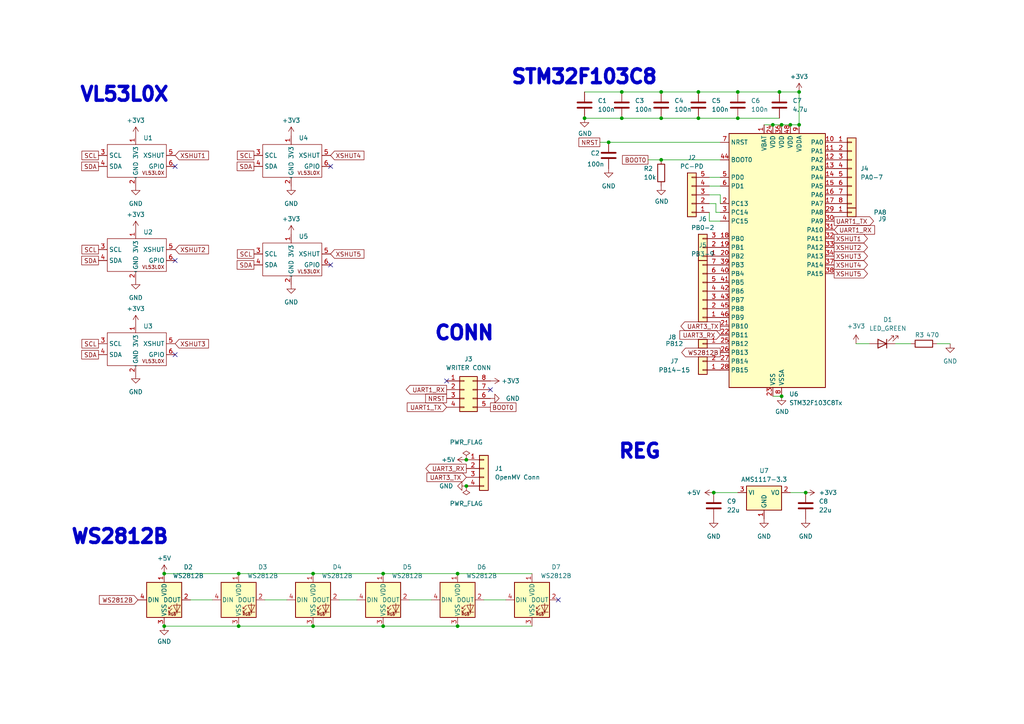
<source format=kicad_sch>
(kicad_sch (version 20230121) (generator eeschema)

  (uuid e118ed56-ce79-44d8-8eff-a935fd9f7b40)

  (paper "A4")

  (lib_symbols
    (symbol "Connector_Generic:Conn_01x01" (pin_names (offset 1.016) hide) (in_bom yes) (on_board yes)
      (property "Reference" "J" (at 0 2.54 0)
        (effects (font (size 1.27 1.27)))
      )
      (property "Value" "Conn_01x01" (at 0 -2.54 0)
        (effects (font (size 1.27 1.27)))
      )
      (property "Footprint" "" (at 0 0 0)
        (effects (font (size 1.27 1.27)) hide)
      )
      (property "Datasheet" "~" (at 0 0 0)
        (effects (font (size 1.27 1.27)) hide)
      )
      (property "ki_keywords" "connector" (at 0 0 0)
        (effects (font (size 1.27 1.27)) hide)
      )
      (property "ki_description" "Generic connector, single row, 01x01, script generated (kicad-library-utils/schlib/autogen/connector/)" (at 0 0 0)
        (effects (font (size 1.27 1.27)) hide)
      )
      (property "ki_fp_filters" "Connector*:*_1x??_*" (at 0 0 0)
        (effects (font (size 1.27 1.27)) hide)
      )
      (symbol "Conn_01x01_1_1"
        (rectangle (start -1.27 0.127) (end 0 -0.127)
          (stroke (width 0.1524) (type default))
          (fill (type none))
        )
        (rectangle (start -1.27 1.27) (end 1.27 -1.27)
          (stroke (width 0.254) (type default))
          (fill (type background))
        )
        (pin passive line (at -5.08 0 0) (length 3.81)
          (name "Pin_1" (effects (font (size 1.27 1.27))))
          (number "1" (effects (font (size 1.27 1.27))))
        )
      )
    )
    (symbol "Connector_Generic:Conn_01x02" (pin_names (offset 1.016) hide) (in_bom yes) (on_board yes)
      (property "Reference" "J" (at 0 2.54 0)
        (effects (font (size 1.27 1.27)))
      )
      (property "Value" "Conn_01x02" (at 0 -5.08 0)
        (effects (font (size 1.27 1.27)))
      )
      (property "Footprint" "" (at 0 0 0)
        (effects (font (size 1.27 1.27)) hide)
      )
      (property "Datasheet" "~" (at 0 0 0)
        (effects (font (size 1.27 1.27)) hide)
      )
      (property "ki_keywords" "connector" (at 0 0 0)
        (effects (font (size 1.27 1.27)) hide)
      )
      (property "ki_description" "Generic connector, single row, 01x02, script generated (kicad-library-utils/schlib/autogen/connector/)" (at 0 0 0)
        (effects (font (size 1.27 1.27)) hide)
      )
      (property "ki_fp_filters" "Connector*:*_1x??_*" (at 0 0 0)
        (effects (font (size 1.27 1.27)) hide)
      )
      (symbol "Conn_01x02_1_1"
        (rectangle (start -1.27 -2.413) (end 0 -2.667)
          (stroke (width 0.1524) (type default))
          (fill (type none))
        )
        (rectangle (start -1.27 0.127) (end 0 -0.127)
          (stroke (width 0.1524) (type default))
          (fill (type none))
        )
        (rectangle (start -1.27 1.27) (end 1.27 -3.81)
          (stroke (width 0.254) (type default))
          (fill (type background))
        )
        (pin passive line (at -5.08 0 0) (length 3.81)
          (name "Pin_1" (effects (font (size 1.27 1.27))))
          (number "1" (effects (font (size 1.27 1.27))))
        )
        (pin passive line (at -5.08 -2.54 0) (length 3.81)
          (name "Pin_2" (effects (font (size 1.27 1.27))))
          (number "2" (effects (font (size 1.27 1.27))))
        )
      )
    )
    (symbol "Connector_Generic:Conn_01x03" (pin_names (offset 1.016) hide) (in_bom yes) (on_board yes)
      (property "Reference" "J" (at 0 5.08 0)
        (effects (font (size 1.27 1.27)))
      )
      (property "Value" "Conn_01x03" (at 0 -5.08 0)
        (effects (font (size 1.27 1.27)))
      )
      (property "Footprint" "" (at 0 0 0)
        (effects (font (size 1.27 1.27)) hide)
      )
      (property "Datasheet" "~" (at 0 0 0)
        (effects (font (size 1.27 1.27)) hide)
      )
      (property "ki_keywords" "connector" (at 0 0 0)
        (effects (font (size 1.27 1.27)) hide)
      )
      (property "ki_description" "Generic connector, single row, 01x03, script generated (kicad-library-utils/schlib/autogen/connector/)" (at 0 0 0)
        (effects (font (size 1.27 1.27)) hide)
      )
      (property "ki_fp_filters" "Connector*:*_1x??_*" (at 0 0 0)
        (effects (font (size 1.27 1.27)) hide)
      )
      (symbol "Conn_01x03_1_1"
        (rectangle (start -1.27 -2.413) (end 0 -2.667)
          (stroke (width 0.1524) (type default))
          (fill (type none))
        )
        (rectangle (start -1.27 0.127) (end 0 -0.127)
          (stroke (width 0.1524) (type default))
          (fill (type none))
        )
        (rectangle (start -1.27 2.667) (end 0 2.413)
          (stroke (width 0.1524) (type default))
          (fill (type none))
        )
        (rectangle (start -1.27 3.81) (end 1.27 -3.81)
          (stroke (width 0.254) (type default))
          (fill (type background))
        )
        (pin passive line (at -5.08 2.54 0) (length 3.81)
          (name "Pin_1" (effects (font (size 1.27 1.27))))
          (number "1" (effects (font (size 1.27 1.27))))
        )
        (pin passive line (at -5.08 0 0) (length 3.81)
          (name "Pin_2" (effects (font (size 1.27 1.27))))
          (number "2" (effects (font (size 1.27 1.27))))
        )
        (pin passive line (at -5.08 -2.54 0) (length 3.81)
          (name "Pin_3" (effects (font (size 1.27 1.27))))
          (number "3" (effects (font (size 1.27 1.27))))
        )
      )
    )
    (symbol "Connector_Generic:Conn_01x04" (pin_names (offset 1.016) hide) (in_bom yes) (on_board yes)
      (property "Reference" "J" (at 0 5.08 0)
        (effects (font (size 1.27 1.27)))
      )
      (property "Value" "Conn_01x04" (at 0 -7.62 0)
        (effects (font (size 1.27 1.27)))
      )
      (property "Footprint" "" (at 0 0 0)
        (effects (font (size 1.27 1.27)) hide)
      )
      (property "Datasheet" "~" (at 0 0 0)
        (effects (font (size 1.27 1.27)) hide)
      )
      (property "ki_keywords" "connector" (at 0 0 0)
        (effects (font (size 1.27 1.27)) hide)
      )
      (property "ki_description" "Generic connector, single row, 01x04, script generated (kicad-library-utils/schlib/autogen/connector/)" (at 0 0 0)
        (effects (font (size 1.27 1.27)) hide)
      )
      (property "ki_fp_filters" "Connector*:*_1x??_*" (at 0 0 0)
        (effects (font (size 1.27 1.27)) hide)
      )
      (symbol "Conn_01x04_1_1"
        (rectangle (start -1.27 -4.953) (end 0 -5.207)
          (stroke (width 0.1524) (type default))
          (fill (type none))
        )
        (rectangle (start -1.27 -2.413) (end 0 -2.667)
          (stroke (width 0.1524) (type default))
          (fill (type none))
        )
        (rectangle (start -1.27 0.127) (end 0 -0.127)
          (stroke (width 0.1524) (type default))
          (fill (type none))
        )
        (rectangle (start -1.27 2.667) (end 0 2.413)
          (stroke (width 0.1524) (type default))
          (fill (type none))
        )
        (rectangle (start -1.27 3.81) (end 1.27 -6.35)
          (stroke (width 0.254) (type default))
          (fill (type background))
        )
        (pin passive line (at -5.08 2.54 0) (length 3.81)
          (name "Pin_1" (effects (font (size 1.27 1.27))))
          (number "1" (effects (font (size 1.27 1.27))))
        )
        (pin passive line (at -5.08 0 0) (length 3.81)
          (name "Pin_2" (effects (font (size 1.27 1.27))))
          (number "2" (effects (font (size 1.27 1.27))))
        )
        (pin passive line (at -5.08 -2.54 0) (length 3.81)
          (name "Pin_3" (effects (font (size 1.27 1.27))))
          (number "3" (effects (font (size 1.27 1.27))))
        )
        (pin passive line (at -5.08 -5.08 0) (length 3.81)
          (name "Pin_4" (effects (font (size 1.27 1.27))))
          (number "4" (effects (font (size 1.27 1.27))))
        )
      )
    )
    (symbol "Connector_Generic:Conn_01x05" (pin_names (offset 1.016) hide) (in_bom yes) (on_board yes)
      (property "Reference" "J" (at 0 7.62 0)
        (effects (font (size 1.27 1.27)))
      )
      (property "Value" "Conn_01x05" (at 0 -7.62 0)
        (effects (font (size 1.27 1.27)))
      )
      (property "Footprint" "" (at 0 0 0)
        (effects (font (size 1.27 1.27)) hide)
      )
      (property "Datasheet" "~" (at 0 0 0)
        (effects (font (size 1.27 1.27)) hide)
      )
      (property "ki_keywords" "connector" (at 0 0 0)
        (effects (font (size 1.27 1.27)) hide)
      )
      (property "ki_description" "Generic connector, single row, 01x05, script generated (kicad-library-utils/schlib/autogen/connector/)" (at 0 0 0)
        (effects (font (size 1.27 1.27)) hide)
      )
      (property "ki_fp_filters" "Connector*:*_1x??_*" (at 0 0 0)
        (effects (font (size 1.27 1.27)) hide)
      )
      (symbol "Conn_01x05_1_1"
        (rectangle (start -1.27 -4.953) (end 0 -5.207)
          (stroke (width 0.1524) (type default))
          (fill (type none))
        )
        (rectangle (start -1.27 -2.413) (end 0 -2.667)
          (stroke (width 0.1524) (type default))
          (fill (type none))
        )
        (rectangle (start -1.27 0.127) (end 0 -0.127)
          (stroke (width 0.1524) (type default))
          (fill (type none))
        )
        (rectangle (start -1.27 2.667) (end 0 2.413)
          (stroke (width 0.1524) (type default))
          (fill (type none))
        )
        (rectangle (start -1.27 5.207) (end 0 4.953)
          (stroke (width 0.1524) (type default))
          (fill (type none))
        )
        (rectangle (start -1.27 6.35) (end 1.27 -6.35)
          (stroke (width 0.254) (type default))
          (fill (type background))
        )
        (pin passive line (at -5.08 5.08 0) (length 3.81)
          (name "Pin_1" (effects (font (size 1.27 1.27))))
          (number "1" (effects (font (size 1.27 1.27))))
        )
        (pin passive line (at -5.08 2.54 0) (length 3.81)
          (name "Pin_2" (effects (font (size 1.27 1.27))))
          (number "2" (effects (font (size 1.27 1.27))))
        )
        (pin passive line (at -5.08 0 0) (length 3.81)
          (name "Pin_3" (effects (font (size 1.27 1.27))))
          (number "3" (effects (font (size 1.27 1.27))))
        )
        (pin passive line (at -5.08 -2.54 0) (length 3.81)
          (name "Pin_4" (effects (font (size 1.27 1.27))))
          (number "4" (effects (font (size 1.27 1.27))))
        )
        (pin passive line (at -5.08 -5.08 0) (length 3.81)
          (name "Pin_5" (effects (font (size 1.27 1.27))))
          (number "5" (effects (font (size 1.27 1.27))))
        )
      )
    )
    (symbol "Connector_Generic:Conn_01x07" (pin_names (offset 1.016) hide) (in_bom yes) (on_board yes)
      (property "Reference" "J" (at 0 10.16 0)
        (effects (font (size 1.27 1.27)))
      )
      (property "Value" "Conn_01x07" (at 0 -10.16 0)
        (effects (font (size 1.27 1.27)))
      )
      (property "Footprint" "" (at 0 0 0)
        (effects (font (size 1.27 1.27)) hide)
      )
      (property "Datasheet" "~" (at 0 0 0)
        (effects (font (size 1.27 1.27)) hide)
      )
      (property "ki_keywords" "connector" (at 0 0 0)
        (effects (font (size 1.27 1.27)) hide)
      )
      (property "ki_description" "Generic connector, single row, 01x07, script generated (kicad-library-utils/schlib/autogen/connector/)" (at 0 0 0)
        (effects (font (size 1.27 1.27)) hide)
      )
      (property "ki_fp_filters" "Connector*:*_1x??_*" (at 0 0 0)
        (effects (font (size 1.27 1.27)) hide)
      )
      (symbol "Conn_01x07_1_1"
        (rectangle (start -1.27 -7.493) (end 0 -7.747)
          (stroke (width 0.1524) (type default))
          (fill (type none))
        )
        (rectangle (start -1.27 -4.953) (end 0 -5.207)
          (stroke (width 0.1524) (type default))
          (fill (type none))
        )
        (rectangle (start -1.27 -2.413) (end 0 -2.667)
          (stroke (width 0.1524) (type default))
          (fill (type none))
        )
        (rectangle (start -1.27 0.127) (end 0 -0.127)
          (stroke (width 0.1524) (type default))
          (fill (type none))
        )
        (rectangle (start -1.27 2.667) (end 0 2.413)
          (stroke (width 0.1524) (type default))
          (fill (type none))
        )
        (rectangle (start -1.27 5.207) (end 0 4.953)
          (stroke (width 0.1524) (type default))
          (fill (type none))
        )
        (rectangle (start -1.27 7.747) (end 0 7.493)
          (stroke (width 0.1524) (type default))
          (fill (type none))
        )
        (rectangle (start -1.27 8.89) (end 1.27 -8.89)
          (stroke (width 0.254) (type default))
          (fill (type background))
        )
        (pin passive line (at -5.08 7.62 0) (length 3.81)
          (name "Pin_1" (effects (font (size 1.27 1.27))))
          (number "1" (effects (font (size 1.27 1.27))))
        )
        (pin passive line (at -5.08 5.08 0) (length 3.81)
          (name "Pin_2" (effects (font (size 1.27 1.27))))
          (number "2" (effects (font (size 1.27 1.27))))
        )
        (pin passive line (at -5.08 2.54 0) (length 3.81)
          (name "Pin_3" (effects (font (size 1.27 1.27))))
          (number "3" (effects (font (size 1.27 1.27))))
        )
        (pin passive line (at -5.08 0 0) (length 3.81)
          (name "Pin_4" (effects (font (size 1.27 1.27))))
          (number "4" (effects (font (size 1.27 1.27))))
        )
        (pin passive line (at -5.08 -2.54 0) (length 3.81)
          (name "Pin_5" (effects (font (size 1.27 1.27))))
          (number "5" (effects (font (size 1.27 1.27))))
        )
        (pin passive line (at -5.08 -5.08 0) (length 3.81)
          (name "Pin_6" (effects (font (size 1.27 1.27))))
          (number "6" (effects (font (size 1.27 1.27))))
        )
        (pin passive line (at -5.08 -7.62 0) (length 3.81)
          (name "Pin_7" (effects (font (size 1.27 1.27))))
          (number "7" (effects (font (size 1.27 1.27))))
        )
      )
    )
    (symbol "Connector_Generic:Conn_01x08" (pin_names (offset 1.016) hide) (in_bom yes) (on_board yes)
      (property "Reference" "J" (at 0 10.16 0)
        (effects (font (size 1.27 1.27)))
      )
      (property "Value" "Conn_01x08" (at 0 -12.7 0)
        (effects (font (size 1.27 1.27)))
      )
      (property "Footprint" "" (at 0 0 0)
        (effects (font (size 1.27 1.27)) hide)
      )
      (property "Datasheet" "~" (at 0 0 0)
        (effects (font (size 1.27 1.27)) hide)
      )
      (property "ki_keywords" "connector" (at 0 0 0)
        (effects (font (size 1.27 1.27)) hide)
      )
      (property "ki_description" "Generic connector, single row, 01x08, script generated (kicad-library-utils/schlib/autogen/connector/)" (at 0 0 0)
        (effects (font (size 1.27 1.27)) hide)
      )
      (property "ki_fp_filters" "Connector*:*_1x??_*" (at 0 0 0)
        (effects (font (size 1.27 1.27)) hide)
      )
      (symbol "Conn_01x08_1_1"
        (rectangle (start -1.27 -10.033) (end 0 -10.287)
          (stroke (width 0.1524) (type default))
          (fill (type none))
        )
        (rectangle (start -1.27 -7.493) (end 0 -7.747)
          (stroke (width 0.1524) (type default))
          (fill (type none))
        )
        (rectangle (start -1.27 -4.953) (end 0 -5.207)
          (stroke (width 0.1524) (type default))
          (fill (type none))
        )
        (rectangle (start -1.27 -2.413) (end 0 -2.667)
          (stroke (width 0.1524) (type default))
          (fill (type none))
        )
        (rectangle (start -1.27 0.127) (end 0 -0.127)
          (stroke (width 0.1524) (type default))
          (fill (type none))
        )
        (rectangle (start -1.27 2.667) (end 0 2.413)
          (stroke (width 0.1524) (type default))
          (fill (type none))
        )
        (rectangle (start -1.27 5.207) (end 0 4.953)
          (stroke (width 0.1524) (type default))
          (fill (type none))
        )
        (rectangle (start -1.27 7.747) (end 0 7.493)
          (stroke (width 0.1524) (type default))
          (fill (type none))
        )
        (rectangle (start -1.27 8.89) (end 1.27 -11.43)
          (stroke (width 0.254) (type default))
          (fill (type background))
        )
        (pin passive line (at -5.08 7.62 0) (length 3.81)
          (name "Pin_1" (effects (font (size 1.27 1.27))))
          (number "1" (effects (font (size 1.27 1.27))))
        )
        (pin passive line (at -5.08 5.08 0) (length 3.81)
          (name "Pin_2" (effects (font (size 1.27 1.27))))
          (number "2" (effects (font (size 1.27 1.27))))
        )
        (pin passive line (at -5.08 2.54 0) (length 3.81)
          (name "Pin_3" (effects (font (size 1.27 1.27))))
          (number "3" (effects (font (size 1.27 1.27))))
        )
        (pin passive line (at -5.08 0 0) (length 3.81)
          (name "Pin_4" (effects (font (size 1.27 1.27))))
          (number "4" (effects (font (size 1.27 1.27))))
        )
        (pin passive line (at -5.08 -2.54 0) (length 3.81)
          (name "Pin_5" (effects (font (size 1.27 1.27))))
          (number "5" (effects (font (size 1.27 1.27))))
        )
        (pin passive line (at -5.08 -5.08 0) (length 3.81)
          (name "Pin_6" (effects (font (size 1.27 1.27))))
          (number "6" (effects (font (size 1.27 1.27))))
        )
        (pin passive line (at -5.08 -7.62 0) (length 3.81)
          (name "Pin_7" (effects (font (size 1.27 1.27))))
          (number "7" (effects (font (size 1.27 1.27))))
        )
        (pin passive line (at -5.08 -10.16 0) (length 3.81)
          (name "Pin_8" (effects (font (size 1.27 1.27))))
          (number "8" (effects (font (size 1.27 1.27))))
        )
      )
    )
    (symbol "Connector_Generic:Conn_02x04_Counter_Clockwise" (pin_names (offset 1.016) hide) (in_bom yes) (on_board yes)
      (property "Reference" "J" (at 1.27 5.08 0)
        (effects (font (size 1.27 1.27)))
      )
      (property "Value" "Conn_02x04_Counter_Clockwise" (at 1.27 -7.62 0)
        (effects (font (size 1.27 1.27)))
      )
      (property "Footprint" "" (at 0 0 0)
        (effects (font (size 1.27 1.27)) hide)
      )
      (property "Datasheet" "~" (at 0 0 0)
        (effects (font (size 1.27 1.27)) hide)
      )
      (property "ki_keywords" "connector" (at 0 0 0)
        (effects (font (size 1.27 1.27)) hide)
      )
      (property "ki_description" "Generic connector, double row, 02x04, counter clockwise pin numbering scheme (similar to DIP package numbering), script generated (kicad-library-utils/schlib/autogen/connector/)" (at 0 0 0)
        (effects (font (size 1.27 1.27)) hide)
      )
      (property "ki_fp_filters" "Connector*:*_2x??_*" (at 0 0 0)
        (effects (font (size 1.27 1.27)) hide)
      )
      (symbol "Conn_02x04_Counter_Clockwise_1_1"
        (rectangle (start -1.27 -4.953) (end 0 -5.207)
          (stroke (width 0.1524) (type default))
          (fill (type none))
        )
        (rectangle (start -1.27 -2.413) (end 0 -2.667)
          (stroke (width 0.1524) (type default))
          (fill (type none))
        )
        (rectangle (start -1.27 0.127) (end 0 -0.127)
          (stroke (width 0.1524) (type default))
          (fill (type none))
        )
        (rectangle (start -1.27 2.667) (end 0 2.413)
          (stroke (width 0.1524) (type default))
          (fill (type none))
        )
        (rectangle (start -1.27 3.81) (end 3.81 -6.35)
          (stroke (width 0.254) (type default))
          (fill (type background))
        )
        (rectangle (start 3.81 -4.953) (end 2.54 -5.207)
          (stroke (width 0.1524) (type default))
          (fill (type none))
        )
        (rectangle (start 3.81 -2.413) (end 2.54 -2.667)
          (stroke (width 0.1524) (type default))
          (fill (type none))
        )
        (rectangle (start 3.81 0.127) (end 2.54 -0.127)
          (stroke (width 0.1524) (type default))
          (fill (type none))
        )
        (rectangle (start 3.81 2.667) (end 2.54 2.413)
          (stroke (width 0.1524) (type default))
          (fill (type none))
        )
        (pin passive line (at -5.08 2.54 0) (length 3.81)
          (name "Pin_1" (effects (font (size 1.27 1.27))))
          (number "1" (effects (font (size 1.27 1.27))))
        )
        (pin passive line (at -5.08 0 0) (length 3.81)
          (name "Pin_2" (effects (font (size 1.27 1.27))))
          (number "2" (effects (font (size 1.27 1.27))))
        )
        (pin passive line (at -5.08 -2.54 0) (length 3.81)
          (name "Pin_3" (effects (font (size 1.27 1.27))))
          (number "3" (effects (font (size 1.27 1.27))))
        )
        (pin passive line (at -5.08 -5.08 0) (length 3.81)
          (name "Pin_4" (effects (font (size 1.27 1.27))))
          (number "4" (effects (font (size 1.27 1.27))))
        )
        (pin passive line (at 7.62 -5.08 180) (length 3.81)
          (name "Pin_5" (effects (font (size 1.27 1.27))))
          (number "5" (effects (font (size 1.27 1.27))))
        )
        (pin passive line (at 7.62 -2.54 180) (length 3.81)
          (name "Pin_6" (effects (font (size 1.27 1.27))))
          (number "6" (effects (font (size 1.27 1.27))))
        )
        (pin passive line (at 7.62 0 180) (length 3.81)
          (name "Pin_7" (effects (font (size 1.27 1.27))))
          (number "7" (effects (font (size 1.27 1.27))))
        )
        (pin passive line (at 7.62 2.54 180) (length 3.81)
          (name "Pin_8" (effects (font (size 1.27 1.27))))
          (number "8" (effects (font (size 1.27 1.27))))
        )
      )
    )
    (symbol "Device:C" (pin_numbers hide) (pin_names (offset 0.254)) (in_bom yes) (on_board yes)
      (property "Reference" "C" (at 0.635 2.54 0)
        (effects (font (size 1.27 1.27)) (justify left))
      )
      (property "Value" "C" (at 0.635 -2.54 0)
        (effects (font (size 1.27 1.27)) (justify left))
      )
      (property "Footprint" "" (at 0.9652 -3.81 0)
        (effects (font (size 1.27 1.27)) hide)
      )
      (property "Datasheet" "~" (at 0 0 0)
        (effects (font (size 1.27 1.27)) hide)
      )
      (property "ki_keywords" "cap capacitor" (at 0 0 0)
        (effects (font (size 1.27 1.27)) hide)
      )
      (property "ki_description" "Unpolarized capacitor" (at 0 0 0)
        (effects (font (size 1.27 1.27)) hide)
      )
      (property "ki_fp_filters" "C_*" (at 0 0 0)
        (effects (font (size 1.27 1.27)) hide)
      )
      (symbol "C_0_1"
        (polyline
          (pts
            (xy -2.032 -0.762)
            (xy 2.032 -0.762)
          )
          (stroke (width 0.508) (type default))
          (fill (type none))
        )
        (polyline
          (pts
            (xy -2.032 0.762)
            (xy 2.032 0.762)
          )
          (stroke (width 0.508) (type default))
          (fill (type none))
        )
      )
      (symbol "C_1_1"
        (pin passive line (at 0 3.81 270) (length 2.794)
          (name "~" (effects (font (size 1.27 1.27))))
          (number "1" (effects (font (size 1.27 1.27))))
        )
        (pin passive line (at 0 -3.81 90) (length 2.794)
          (name "~" (effects (font (size 1.27 1.27))))
          (number "2" (effects (font (size 1.27 1.27))))
        )
      )
    )
    (symbol "Device:LED" (pin_numbers hide) (pin_names (offset 1.016) hide) (in_bom yes) (on_board yes)
      (property "Reference" "D" (at 0 2.54 0)
        (effects (font (size 1.27 1.27)))
      )
      (property "Value" "LED" (at 0 -2.54 0)
        (effects (font (size 1.27 1.27)))
      )
      (property "Footprint" "" (at 0 0 0)
        (effects (font (size 1.27 1.27)) hide)
      )
      (property "Datasheet" "~" (at 0 0 0)
        (effects (font (size 1.27 1.27)) hide)
      )
      (property "ki_keywords" "LED diode" (at 0 0 0)
        (effects (font (size 1.27 1.27)) hide)
      )
      (property "ki_description" "Light emitting diode" (at 0 0 0)
        (effects (font (size 1.27 1.27)) hide)
      )
      (property "ki_fp_filters" "LED* LED_SMD:* LED_THT:*" (at 0 0 0)
        (effects (font (size 1.27 1.27)) hide)
      )
      (symbol "LED_0_1"
        (polyline
          (pts
            (xy -1.27 -1.27)
            (xy -1.27 1.27)
          )
          (stroke (width 0.254) (type default))
          (fill (type none))
        )
        (polyline
          (pts
            (xy -1.27 0)
            (xy 1.27 0)
          )
          (stroke (width 0) (type default))
          (fill (type none))
        )
        (polyline
          (pts
            (xy 1.27 -1.27)
            (xy 1.27 1.27)
            (xy -1.27 0)
            (xy 1.27 -1.27)
          )
          (stroke (width 0.254) (type default))
          (fill (type none))
        )
        (polyline
          (pts
            (xy -3.048 -0.762)
            (xy -4.572 -2.286)
            (xy -3.81 -2.286)
            (xy -4.572 -2.286)
            (xy -4.572 -1.524)
          )
          (stroke (width 0) (type default))
          (fill (type none))
        )
        (polyline
          (pts
            (xy -1.778 -0.762)
            (xy -3.302 -2.286)
            (xy -2.54 -2.286)
            (xy -3.302 -2.286)
            (xy -3.302 -1.524)
          )
          (stroke (width 0) (type default))
          (fill (type none))
        )
      )
      (symbol "LED_1_1"
        (pin passive line (at -3.81 0 0) (length 2.54)
          (name "K" (effects (font (size 1.27 1.27))))
          (number "1" (effects (font (size 1.27 1.27))))
        )
        (pin passive line (at 3.81 0 180) (length 2.54)
          (name "A" (effects (font (size 1.27 1.27))))
          (number "2" (effects (font (size 1.27 1.27))))
        )
      )
    )
    (symbol "Device:R" (pin_numbers hide) (pin_names (offset 0)) (in_bom yes) (on_board yes)
      (property "Reference" "R" (at 2.032 0 90)
        (effects (font (size 1.27 1.27)))
      )
      (property "Value" "R" (at 0 0 90)
        (effects (font (size 1.27 1.27)))
      )
      (property "Footprint" "" (at -1.778 0 90)
        (effects (font (size 1.27 1.27)) hide)
      )
      (property "Datasheet" "~" (at 0 0 0)
        (effects (font (size 1.27 1.27)) hide)
      )
      (property "ki_keywords" "R res resistor" (at 0 0 0)
        (effects (font (size 1.27 1.27)) hide)
      )
      (property "ki_description" "Resistor" (at 0 0 0)
        (effects (font (size 1.27 1.27)) hide)
      )
      (property "ki_fp_filters" "R_*" (at 0 0 0)
        (effects (font (size 1.27 1.27)) hide)
      )
      (symbol "R_0_1"
        (rectangle (start -1.016 -2.54) (end 1.016 2.54)
          (stroke (width 0.254) (type default))
          (fill (type none))
        )
      )
      (symbol "R_1_1"
        (pin passive line (at 0 3.81 270) (length 1.27)
          (name "~" (effects (font (size 1.27 1.27))))
          (number "1" (effects (font (size 1.27 1.27))))
        )
        (pin passive line (at 0 -3.81 90) (length 1.27)
          (name "~" (effects (font (size 1.27 1.27))))
          (number "2" (effects (font (size 1.27 1.27))))
        )
      )
    )
    (symbol "LED:WS2812B" (pin_names (offset 0.254)) (in_bom yes) (on_board yes)
      (property "Reference" "D" (at 5.08 5.715 0)
        (effects (font (size 1.27 1.27)) (justify right bottom))
      )
      (property "Value" "WS2812B" (at 1.27 -5.715 0)
        (effects (font (size 1.27 1.27)) (justify left top))
      )
      (property "Footprint" "LED_SMD:LED_WS2812B_PLCC4_5.0x5.0mm_P3.2mm" (at 1.27 -7.62 0)
        (effects (font (size 1.27 1.27)) (justify left top) hide)
      )
      (property "Datasheet" "https://cdn-shop.adafruit.com/datasheets/WS2812B.pdf" (at 2.54 -9.525 0)
        (effects (font (size 1.27 1.27)) (justify left top) hide)
      )
      (property "ki_keywords" "RGB LED NeoPixel addressable" (at 0 0 0)
        (effects (font (size 1.27 1.27)) hide)
      )
      (property "ki_description" "RGB LED with integrated controller" (at 0 0 0)
        (effects (font (size 1.27 1.27)) hide)
      )
      (property "ki_fp_filters" "LED*WS2812*PLCC*5.0x5.0mm*P3.2mm*" (at 0 0 0)
        (effects (font (size 1.27 1.27)) hide)
      )
      (symbol "WS2812B_0_0"
        (text "RGB" (at 2.286 -4.191 0)
          (effects (font (size 0.762 0.762)))
        )
      )
      (symbol "WS2812B_0_1"
        (polyline
          (pts
            (xy 1.27 -3.556)
            (xy 1.778 -3.556)
          )
          (stroke (width 0) (type default))
          (fill (type none))
        )
        (polyline
          (pts
            (xy 1.27 -2.54)
            (xy 1.778 -2.54)
          )
          (stroke (width 0) (type default))
          (fill (type none))
        )
        (polyline
          (pts
            (xy 4.699 -3.556)
            (xy 2.667 -3.556)
          )
          (stroke (width 0) (type default))
          (fill (type none))
        )
        (polyline
          (pts
            (xy 2.286 -2.54)
            (xy 1.27 -3.556)
            (xy 1.27 -3.048)
          )
          (stroke (width 0) (type default))
          (fill (type none))
        )
        (polyline
          (pts
            (xy 2.286 -1.524)
            (xy 1.27 -2.54)
            (xy 1.27 -2.032)
          )
          (stroke (width 0) (type default))
          (fill (type none))
        )
        (polyline
          (pts
            (xy 3.683 -1.016)
            (xy 3.683 -3.556)
            (xy 3.683 -4.064)
          )
          (stroke (width 0) (type default))
          (fill (type none))
        )
        (polyline
          (pts
            (xy 4.699 -1.524)
            (xy 2.667 -1.524)
            (xy 3.683 -3.556)
            (xy 4.699 -1.524)
          )
          (stroke (width 0) (type default))
          (fill (type none))
        )
        (rectangle (start 5.08 5.08) (end -5.08 -5.08)
          (stroke (width 0.254) (type default))
          (fill (type background))
        )
      )
      (symbol "WS2812B_1_1"
        (pin power_in line (at 0 7.62 270) (length 2.54)
          (name "VDD" (effects (font (size 1.27 1.27))))
          (number "1" (effects (font (size 1.27 1.27))))
        )
        (pin output line (at 7.62 0 180) (length 2.54)
          (name "DOUT" (effects (font (size 1.27 1.27))))
          (number "2" (effects (font (size 1.27 1.27))))
        )
        (pin power_in line (at 0 -7.62 90) (length 2.54)
          (name "VSS" (effects (font (size 1.27 1.27))))
          (number "3" (effects (font (size 1.27 1.27))))
        )
        (pin input line (at -7.62 0 0) (length 2.54)
          (name "DIN" (effects (font (size 1.27 1.27))))
          (number "4" (effects (font (size 1.27 1.27))))
        )
      )
    )
    (symbol "MCU_ST_STM32F1:STM32F103C8Tx" (in_bom yes) (on_board yes)
      (property "Reference" "U" (at -12.7 39.37 0)
        (effects (font (size 1.27 1.27)) (justify left))
      )
      (property "Value" "STM32F103C8Tx" (at 10.16 39.37 0)
        (effects (font (size 1.27 1.27)) (justify left))
      )
      (property "Footprint" "Package_QFP:LQFP-48_7x7mm_P0.5mm" (at -12.7 -35.56 0)
        (effects (font (size 1.27 1.27)) (justify right) hide)
      )
      (property "Datasheet" "https://www.st.com/resource/en/datasheet/stm32f103c8.pdf" (at 0 0 0)
        (effects (font (size 1.27 1.27)) hide)
      )
      (property "ki_locked" "" (at 0 0 0)
        (effects (font (size 1.27 1.27)))
      )
      (property "ki_keywords" "Arm Cortex-M3 STM32F1 STM32F103" (at 0 0 0)
        (effects (font (size 1.27 1.27)) hide)
      )
      (property "ki_description" "STMicroelectronics Arm Cortex-M3 MCU, 64KB flash, 20KB RAM, 72 MHz, 2.0-3.6V, 37 GPIO, LQFP48" (at 0 0 0)
        (effects (font (size 1.27 1.27)) hide)
      )
      (property "ki_fp_filters" "LQFP*7x7mm*P0.5mm*" (at 0 0 0)
        (effects (font (size 1.27 1.27)) hide)
      )
      (symbol "STM32F103C8Tx_0_1"
        (rectangle (start -12.7 -35.56) (end 15.24 38.1)
          (stroke (width 0.254) (type default))
          (fill (type background))
        )
      )
      (symbol "STM32F103C8Tx_1_1"
        (pin power_in line (at -2.54 40.64 270) (length 2.54)
          (name "VBAT" (effects (font (size 1.27 1.27))))
          (number "1" (effects (font (size 1.27 1.27))))
        )
        (pin bidirectional line (at 17.78 35.56 180) (length 2.54)
          (name "PA0" (effects (font (size 1.27 1.27))))
          (number "10" (effects (font (size 1.27 1.27))))
          (alternate "ADC1_IN0" bidirectional line)
          (alternate "ADC2_IN0" bidirectional line)
          (alternate "SYS_WKUP" bidirectional line)
          (alternate "TIM2_CH1" bidirectional line)
          (alternate "TIM2_ETR" bidirectional line)
          (alternate "USART2_CTS" bidirectional line)
        )
        (pin bidirectional line (at 17.78 33.02 180) (length 2.54)
          (name "PA1" (effects (font (size 1.27 1.27))))
          (number "11" (effects (font (size 1.27 1.27))))
          (alternate "ADC1_IN1" bidirectional line)
          (alternate "ADC2_IN1" bidirectional line)
          (alternate "TIM2_CH2" bidirectional line)
          (alternate "USART2_RTS" bidirectional line)
        )
        (pin bidirectional line (at 17.78 30.48 180) (length 2.54)
          (name "PA2" (effects (font (size 1.27 1.27))))
          (number "12" (effects (font (size 1.27 1.27))))
          (alternate "ADC1_IN2" bidirectional line)
          (alternate "ADC2_IN2" bidirectional line)
          (alternate "TIM2_CH3" bidirectional line)
          (alternate "USART2_TX" bidirectional line)
        )
        (pin bidirectional line (at 17.78 27.94 180) (length 2.54)
          (name "PA3" (effects (font (size 1.27 1.27))))
          (number "13" (effects (font (size 1.27 1.27))))
          (alternate "ADC1_IN3" bidirectional line)
          (alternate "ADC2_IN3" bidirectional line)
          (alternate "TIM2_CH4" bidirectional line)
          (alternate "USART2_RX" bidirectional line)
        )
        (pin bidirectional line (at 17.78 25.4 180) (length 2.54)
          (name "PA4" (effects (font (size 1.27 1.27))))
          (number "14" (effects (font (size 1.27 1.27))))
          (alternate "ADC1_IN4" bidirectional line)
          (alternate "ADC2_IN4" bidirectional line)
          (alternate "SPI1_NSS" bidirectional line)
          (alternate "USART2_CK" bidirectional line)
        )
        (pin bidirectional line (at 17.78 22.86 180) (length 2.54)
          (name "PA5" (effects (font (size 1.27 1.27))))
          (number "15" (effects (font (size 1.27 1.27))))
          (alternate "ADC1_IN5" bidirectional line)
          (alternate "ADC2_IN5" bidirectional line)
          (alternate "SPI1_SCK" bidirectional line)
        )
        (pin bidirectional line (at 17.78 20.32 180) (length 2.54)
          (name "PA6" (effects (font (size 1.27 1.27))))
          (number "16" (effects (font (size 1.27 1.27))))
          (alternate "ADC1_IN6" bidirectional line)
          (alternate "ADC2_IN6" bidirectional line)
          (alternate "SPI1_MISO" bidirectional line)
          (alternate "TIM1_BKIN" bidirectional line)
          (alternate "TIM3_CH1" bidirectional line)
        )
        (pin bidirectional line (at 17.78 17.78 180) (length 2.54)
          (name "PA7" (effects (font (size 1.27 1.27))))
          (number "17" (effects (font (size 1.27 1.27))))
          (alternate "ADC1_IN7" bidirectional line)
          (alternate "ADC2_IN7" bidirectional line)
          (alternate "SPI1_MOSI" bidirectional line)
          (alternate "TIM1_CH1N" bidirectional line)
          (alternate "TIM3_CH2" bidirectional line)
        )
        (pin bidirectional line (at -15.24 7.62 0) (length 2.54)
          (name "PB0" (effects (font (size 1.27 1.27))))
          (number "18" (effects (font (size 1.27 1.27))))
          (alternate "ADC1_IN8" bidirectional line)
          (alternate "ADC2_IN8" bidirectional line)
          (alternate "TIM1_CH2N" bidirectional line)
          (alternate "TIM3_CH3" bidirectional line)
        )
        (pin bidirectional line (at -15.24 5.08 0) (length 2.54)
          (name "PB1" (effects (font (size 1.27 1.27))))
          (number "19" (effects (font (size 1.27 1.27))))
          (alternate "ADC1_IN9" bidirectional line)
          (alternate "ADC2_IN9" bidirectional line)
          (alternate "TIM1_CH3N" bidirectional line)
          (alternate "TIM3_CH4" bidirectional line)
        )
        (pin bidirectional line (at -15.24 17.78 0) (length 2.54)
          (name "PC13" (effects (font (size 1.27 1.27))))
          (number "2" (effects (font (size 1.27 1.27))))
          (alternate "RTC_OUT" bidirectional line)
          (alternate "RTC_TAMPER" bidirectional line)
        )
        (pin bidirectional line (at -15.24 2.54 0) (length 2.54)
          (name "PB2" (effects (font (size 1.27 1.27))))
          (number "20" (effects (font (size 1.27 1.27))))
        )
        (pin bidirectional line (at -15.24 -17.78 0) (length 2.54)
          (name "PB10" (effects (font (size 1.27 1.27))))
          (number "21" (effects (font (size 1.27 1.27))))
          (alternate "I2C2_SCL" bidirectional line)
          (alternate "TIM2_CH3" bidirectional line)
          (alternate "USART3_TX" bidirectional line)
        )
        (pin bidirectional line (at -15.24 -20.32 0) (length 2.54)
          (name "PB11" (effects (font (size 1.27 1.27))))
          (number "22" (effects (font (size 1.27 1.27))))
          (alternate "ADC1_EXTI11" bidirectional line)
          (alternate "ADC2_EXTI11" bidirectional line)
          (alternate "I2C2_SDA" bidirectional line)
          (alternate "TIM2_CH4" bidirectional line)
          (alternate "USART3_RX" bidirectional line)
        )
        (pin power_in line (at 0 -38.1 90) (length 2.54)
          (name "VSS" (effects (font (size 1.27 1.27))))
          (number "23" (effects (font (size 1.27 1.27))))
        )
        (pin power_in line (at 0 40.64 270) (length 2.54)
          (name "VDD" (effects (font (size 1.27 1.27))))
          (number "24" (effects (font (size 1.27 1.27))))
        )
        (pin bidirectional line (at -15.24 -22.86 0) (length 2.54)
          (name "PB12" (effects (font (size 1.27 1.27))))
          (number "25" (effects (font (size 1.27 1.27))))
          (alternate "I2C2_SMBA" bidirectional line)
          (alternate "SPI2_NSS" bidirectional line)
          (alternate "TIM1_BKIN" bidirectional line)
          (alternate "USART3_CK" bidirectional line)
        )
        (pin bidirectional line (at -15.24 -25.4 0) (length 2.54)
          (name "PB13" (effects (font (size 1.27 1.27))))
          (number "26" (effects (font (size 1.27 1.27))))
          (alternate "SPI2_SCK" bidirectional line)
          (alternate "TIM1_CH1N" bidirectional line)
          (alternate "USART3_CTS" bidirectional line)
        )
        (pin bidirectional line (at -15.24 -27.94 0) (length 2.54)
          (name "PB14" (effects (font (size 1.27 1.27))))
          (number "27" (effects (font (size 1.27 1.27))))
          (alternate "SPI2_MISO" bidirectional line)
          (alternate "TIM1_CH2N" bidirectional line)
          (alternate "USART3_RTS" bidirectional line)
        )
        (pin bidirectional line (at -15.24 -30.48 0) (length 2.54)
          (name "PB15" (effects (font (size 1.27 1.27))))
          (number "28" (effects (font (size 1.27 1.27))))
          (alternate "ADC1_EXTI15" bidirectional line)
          (alternate "ADC2_EXTI15" bidirectional line)
          (alternate "SPI2_MOSI" bidirectional line)
          (alternate "TIM1_CH3N" bidirectional line)
        )
        (pin bidirectional line (at 17.78 15.24 180) (length 2.54)
          (name "PA8" (effects (font (size 1.27 1.27))))
          (number "29" (effects (font (size 1.27 1.27))))
          (alternate "RCC_MCO" bidirectional line)
          (alternate "TIM1_CH1" bidirectional line)
          (alternate "USART1_CK" bidirectional line)
        )
        (pin bidirectional line (at -15.24 15.24 0) (length 2.54)
          (name "PC14" (effects (font (size 1.27 1.27))))
          (number "3" (effects (font (size 1.27 1.27))))
          (alternate "RCC_OSC32_IN" bidirectional line)
        )
        (pin bidirectional line (at 17.78 12.7 180) (length 2.54)
          (name "PA9" (effects (font (size 1.27 1.27))))
          (number "30" (effects (font (size 1.27 1.27))))
          (alternate "TIM1_CH2" bidirectional line)
          (alternate "USART1_TX" bidirectional line)
        )
        (pin bidirectional line (at 17.78 10.16 180) (length 2.54)
          (name "PA10" (effects (font (size 1.27 1.27))))
          (number "31" (effects (font (size 1.27 1.27))))
          (alternate "TIM1_CH3" bidirectional line)
          (alternate "USART1_RX" bidirectional line)
        )
        (pin bidirectional line (at 17.78 7.62 180) (length 2.54)
          (name "PA11" (effects (font (size 1.27 1.27))))
          (number "32" (effects (font (size 1.27 1.27))))
          (alternate "ADC1_EXTI11" bidirectional line)
          (alternate "ADC2_EXTI11" bidirectional line)
          (alternate "CAN_RX" bidirectional line)
          (alternate "TIM1_CH4" bidirectional line)
          (alternate "USART1_CTS" bidirectional line)
          (alternate "USB_DM" bidirectional line)
        )
        (pin bidirectional line (at 17.78 5.08 180) (length 2.54)
          (name "PA12" (effects (font (size 1.27 1.27))))
          (number "33" (effects (font (size 1.27 1.27))))
          (alternate "CAN_TX" bidirectional line)
          (alternate "TIM1_ETR" bidirectional line)
          (alternate "USART1_RTS" bidirectional line)
          (alternate "USB_DP" bidirectional line)
        )
        (pin bidirectional line (at 17.78 2.54 180) (length 2.54)
          (name "PA13" (effects (font (size 1.27 1.27))))
          (number "34" (effects (font (size 1.27 1.27))))
          (alternate "SYS_JTMS-SWDIO" bidirectional line)
        )
        (pin passive line (at 0 -38.1 90) (length 2.54) hide
          (name "VSS" (effects (font (size 1.27 1.27))))
          (number "35" (effects (font (size 1.27 1.27))))
        )
        (pin power_in line (at 2.54 40.64 270) (length 2.54)
          (name "VDD" (effects (font (size 1.27 1.27))))
          (number "36" (effects (font (size 1.27 1.27))))
        )
        (pin bidirectional line (at 17.78 0 180) (length 2.54)
          (name "PA14" (effects (font (size 1.27 1.27))))
          (number "37" (effects (font (size 1.27 1.27))))
          (alternate "SYS_JTCK-SWCLK" bidirectional line)
        )
        (pin bidirectional line (at 17.78 -2.54 180) (length 2.54)
          (name "PA15" (effects (font (size 1.27 1.27))))
          (number "38" (effects (font (size 1.27 1.27))))
          (alternate "ADC1_EXTI15" bidirectional line)
          (alternate "ADC2_EXTI15" bidirectional line)
          (alternate "SPI1_NSS" bidirectional line)
          (alternate "SYS_JTDI" bidirectional line)
          (alternate "TIM2_CH1" bidirectional line)
          (alternate "TIM2_ETR" bidirectional line)
        )
        (pin bidirectional line (at -15.24 0 0) (length 2.54)
          (name "PB3" (effects (font (size 1.27 1.27))))
          (number "39" (effects (font (size 1.27 1.27))))
          (alternate "SPI1_SCK" bidirectional line)
          (alternate "SYS_JTDO-TRACESWO" bidirectional line)
          (alternate "TIM2_CH2" bidirectional line)
        )
        (pin bidirectional line (at -15.24 12.7 0) (length 2.54)
          (name "PC15" (effects (font (size 1.27 1.27))))
          (number "4" (effects (font (size 1.27 1.27))))
          (alternate "ADC1_EXTI15" bidirectional line)
          (alternate "ADC2_EXTI15" bidirectional line)
          (alternate "RCC_OSC32_OUT" bidirectional line)
        )
        (pin bidirectional line (at -15.24 -2.54 0) (length 2.54)
          (name "PB4" (effects (font (size 1.27 1.27))))
          (number "40" (effects (font (size 1.27 1.27))))
          (alternate "SPI1_MISO" bidirectional line)
          (alternate "SYS_NJTRST" bidirectional line)
          (alternate "TIM3_CH1" bidirectional line)
        )
        (pin bidirectional line (at -15.24 -5.08 0) (length 2.54)
          (name "PB5" (effects (font (size 1.27 1.27))))
          (number "41" (effects (font (size 1.27 1.27))))
          (alternate "I2C1_SMBA" bidirectional line)
          (alternate "SPI1_MOSI" bidirectional line)
          (alternate "TIM3_CH2" bidirectional line)
        )
        (pin bidirectional line (at -15.24 -7.62 0) (length 2.54)
          (name "PB6" (effects (font (size 1.27 1.27))))
          (number "42" (effects (font (size 1.27 1.27))))
          (alternate "I2C1_SCL" bidirectional line)
          (alternate "TIM4_CH1" bidirectional line)
          (alternate "USART1_TX" bidirectional line)
        )
        (pin bidirectional line (at -15.24 -10.16 0) (length 2.54)
          (name "PB7" (effects (font (size 1.27 1.27))))
          (number "43" (effects (font (size 1.27 1.27))))
          (alternate "I2C1_SDA" bidirectional line)
          (alternate "TIM4_CH2" bidirectional line)
          (alternate "USART1_RX" bidirectional line)
        )
        (pin input line (at -15.24 30.48 0) (length 2.54)
          (name "BOOT0" (effects (font (size 1.27 1.27))))
          (number "44" (effects (font (size 1.27 1.27))))
        )
        (pin bidirectional line (at -15.24 -12.7 0) (length 2.54)
          (name "PB8" (effects (font (size 1.27 1.27))))
          (number "45" (effects (font (size 1.27 1.27))))
          (alternate "CAN_RX" bidirectional line)
          (alternate "I2C1_SCL" bidirectional line)
          (alternate "TIM4_CH3" bidirectional line)
        )
        (pin bidirectional line (at -15.24 -15.24 0) (length 2.54)
          (name "PB9" (effects (font (size 1.27 1.27))))
          (number "46" (effects (font (size 1.27 1.27))))
          (alternate "CAN_TX" bidirectional line)
          (alternate "I2C1_SDA" bidirectional line)
          (alternate "TIM4_CH4" bidirectional line)
        )
        (pin passive line (at 0 -38.1 90) (length 2.54) hide
          (name "VSS" (effects (font (size 1.27 1.27))))
          (number "47" (effects (font (size 1.27 1.27))))
        )
        (pin power_in line (at 5.08 40.64 270) (length 2.54)
          (name "VDD" (effects (font (size 1.27 1.27))))
          (number "48" (effects (font (size 1.27 1.27))))
        )
        (pin bidirectional line (at -15.24 25.4 0) (length 2.54)
          (name "PD0" (effects (font (size 1.27 1.27))))
          (number "5" (effects (font (size 1.27 1.27))))
          (alternate "RCC_OSC_IN" bidirectional line)
        )
        (pin bidirectional line (at -15.24 22.86 0) (length 2.54)
          (name "PD1" (effects (font (size 1.27 1.27))))
          (number "6" (effects (font (size 1.27 1.27))))
          (alternate "RCC_OSC_OUT" bidirectional line)
        )
        (pin input line (at -15.24 35.56 0) (length 2.54)
          (name "NRST" (effects (font (size 1.27 1.27))))
          (number "7" (effects (font (size 1.27 1.27))))
        )
        (pin power_in line (at 2.54 -38.1 90) (length 2.54)
          (name "VSSA" (effects (font (size 1.27 1.27))))
          (number "8" (effects (font (size 1.27 1.27))))
        )
        (pin power_in line (at 7.62 40.64 270) (length 2.54)
          (name "VDDA" (effects (font (size 1.27 1.27))))
          (number "9" (effects (font (size 1.27 1.27))))
        )
      )
    )
    (symbol "Regulator_Linear:AMS1117-3.3" (in_bom yes) (on_board yes)
      (property "Reference" "U" (at -3.81 3.175 0)
        (effects (font (size 1.27 1.27)))
      )
      (property "Value" "AMS1117-3.3" (at 0 3.175 0)
        (effects (font (size 1.27 1.27)) (justify left))
      )
      (property "Footprint" "Package_TO_SOT_SMD:SOT-223-3_TabPin2" (at 0 5.08 0)
        (effects (font (size 1.27 1.27)) hide)
      )
      (property "Datasheet" "http://www.advanced-monolithic.com/pdf/ds1117.pdf" (at 2.54 -6.35 0)
        (effects (font (size 1.27 1.27)) hide)
      )
      (property "ki_keywords" "linear regulator ldo fixed positive" (at 0 0 0)
        (effects (font (size 1.27 1.27)) hide)
      )
      (property "ki_description" "1A Low Dropout regulator, positive, 3.3V fixed output, SOT-223" (at 0 0 0)
        (effects (font (size 1.27 1.27)) hide)
      )
      (property "ki_fp_filters" "SOT?223*TabPin2*" (at 0 0 0)
        (effects (font (size 1.27 1.27)) hide)
      )
      (symbol "AMS1117-3.3_0_1"
        (rectangle (start -5.08 -5.08) (end 5.08 1.905)
          (stroke (width 0.254) (type default))
          (fill (type background))
        )
      )
      (symbol "AMS1117-3.3_1_1"
        (pin power_in line (at 0 -7.62 90) (length 2.54)
          (name "GND" (effects (font (size 1.27 1.27))))
          (number "1" (effects (font (size 1.27 1.27))))
        )
        (pin power_out line (at 7.62 0 180) (length 2.54)
          (name "VO" (effects (font (size 1.27 1.27))))
          (number "2" (effects (font (size 1.27 1.27))))
        )
        (pin power_in line (at -7.62 0 0) (length 2.54)
          (name "VI" (effects (font (size 1.27 1.27))))
          (number "3" (effects (font (size 1.27 1.27))))
        )
      )
    )
    (symbol "power:+3V3" (power) (pin_names (offset 0)) (in_bom yes) (on_board yes)
      (property "Reference" "#PWR" (at 0 -3.81 0)
        (effects (font (size 1.27 1.27)) hide)
      )
      (property "Value" "+3V3" (at 0 3.556 0)
        (effects (font (size 1.27 1.27)))
      )
      (property "Footprint" "" (at 0 0 0)
        (effects (font (size 1.27 1.27)) hide)
      )
      (property "Datasheet" "" (at 0 0 0)
        (effects (font (size 1.27 1.27)) hide)
      )
      (property "ki_keywords" "global power" (at 0 0 0)
        (effects (font (size 1.27 1.27)) hide)
      )
      (property "ki_description" "Power symbol creates a global label with name \"+3V3\"" (at 0 0 0)
        (effects (font (size 1.27 1.27)) hide)
      )
      (symbol "+3V3_0_1"
        (polyline
          (pts
            (xy -0.762 1.27)
            (xy 0 2.54)
          )
          (stroke (width 0) (type default))
          (fill (type none))
        )
        (polyline
          (pts
            (xy 0 0)
            (xy 0 2.54)
          )
          (stroke (width 0) (type default))
          (fill (type none))
        )
        (polyline
          (pts
            (xy 0 2.54)
            (xy 0.762 1.27)
          )
          (stroke (width 0) (type default))
          (fill (type none))
        )
      )
      (symbol "+3V3_1_1"
        (pin power_in line (at 0 0 90) (length 0) hide
          (name "+3V3" (effects (font (size 1.27 1.27))))
          (number "1" (effects (font (size 1.27 1.27))))
        )
      )
    )
    (symbol "power:+5V" (power) (pin_names (offset 0)) (in_bom yes) (on_board yes)
      (property "Reference" "#PWR" (at 0 -3.81 0)
        (effects (font (size 1.27 1.27)) hide)
      )
      (property "Value" "+5V" (at 0 3.556 0)
        (effects (font (size 1.27 1.27)))
      )
      (property "Footprint" "" (at 0 0 0)
        (effects (font (size 1.27 1.27)) hide)
      )
      (property "Datasheet" "" (at 0 0 0)
        (effects (font (size 1.27 1.27)) hide)
      )
      (property "ki_keywords" "global power" (at 0 0 0)
        (effects (font (size 1.27 1.27)) hide)
      )
      (property "ki_description" "Power symbol creates a global label with name \"+5V\"" (at 0 0 0)
        (effects (font (size 1.27 1.27)) hide)
      )
      (symbol "+5V_0_1"
        (polyline
          (pts
            (xy -0.762 1.27)
            (xy 0 2.54)
          )
          (stroke (width 0) (type default))
          (fill (type none))
        )
        (polyline
          (pts
            (xy 0 0)
            (xy 0 2.54)
          )
          (stroke (width 0) (type default))
          (fill (type none))
        )
        (polyline
          (pts
            (xy 0 2.54)
            (xy 0.762 1.27)
          )
          (stroke (width 0) (type default))
          (fill (type none))
        )
      )
      (symbol "+5V_1_1"
        (pin power_in line (at 0 0 90) (length 0) hide
          (name "+5V" (effects (font (size 1.27 1.27))))
          (number "1" (effects (font (size 1.27 1.27))))
        )
      )
    )
    (symbol "power:GND" (power) (pin_names (offset 0)) (in_bom yes) (on_board yes)
      (property "Reference" "#PWR" (at 0 -6.35 0)
        (effects (font (size 1.27 1.27)) hide)
      )
      (property "Value" "GND" (at 0 -3.81 0)
        (effects (font (size 1.27 1.27)))
      )
      (property "Footprint" "" (at 0 0 0)
        (effects (font (size 1.27 1.27)) hide)
      )
      (property "Datasheet" "" (at 0 0 0)
        (effects (font (size 1.27 1.27)) hide)
      )
      (property "ki_keywords" "global power" (at 0 0 0)
        (effects (font (size 1.27 1.27)) hide)
      )
      (property "ki_description" "Power symbol creates a global label with name \"GND\" , ground" (at 0 0 0)
        (effects (font (size 1.27 1.27)) hide)
      )
      (symbol "GND_0_1"
        (polyline
          (pts
            (xy 0 0)
            (xy 0 -1.27)
            (xy 1.27 -1.27)
            (xy 0 -2.54)
            (xy -1.27 -1.27)
            (xy 0 -1.27)
          )
          (stroke (width 0) (type default))
          (fill (type none))
        )
      )
      (symbol "GND_1_1"
        (pin power_in line (at 0 0 270) (length 0) hide
          (name "GND" (effects (font (size 1.27 1.27))))
          (number "1" (effects (font (size 1.27 1.27))))
        )
      )
    )
    (symbol "power:PWR_FLAG" (power) (pin_numbers hide) (pin_names (offset 0) hide) (in_bom yes) (on_board yes)
      (property "Reference" "#FLG" (at 0 1.905 0)
        (effects (font (size 1.27 1.27)) hide)
      )
      (property "Value" "PWR_FLAG" (at 0 3.81 0)
        (effects (font (size 1.27 1.27)))
      )
      (property "Footprint" "" (at 0 0 0)
        (effects (font (size 1.27 1.27)) hide)
      )
      (property "Datasheet" "~" (at 0 0 0)
        (effects (font (size 1.27 1.27)) hide)
      )
      (property "ki_keywords" "flag power" (at 0 0 0)
        (effects (font (size 1.27 1.27)) hide)
      )
      (property "ki_description" "Special symbol for telling ERC where power comes from" (at 0 0 0)
        (effects (font (size 1.27 1.27)) hide)
      )
      (symbol "PWR_FLAG_0_0"
        (pin power_out line (at 0 0 90) (length 0)
          (name "pwr" (effects (font (size 1.27 1.27))))
          (number "1" (effects (font (size 1.27 1.27))))
        )
      )
      (symbol "PWR_FLAG_0_1"
        (polyline
          (pts
            (xy 0 0)
            (xy 0 1.27)
            (xy -1.016 1.905)
            (xy 0 2.54)
            (xy 1.016 1.905)
            (xy 0 1.27)
          )
          (stroke (width 0) (type default))
          (fill (type none))
        )
      )
    )
    (symbol "tuton_module:vl53l0x_module" (in_bom yes) (on_board yes)
      (property "Reference" "U" (at 4.445 10.795 0)
        (effects (font (size 1.27 1.27)))
      )
      (property "Value" "" (at 0 0 0)
        (effects (font (size 1.27 1.27)))
      )
      (property "Footprint" "tuton:VL53L0X_horizontal" (at 0 0 0)
        (effects (font (size 1.27 1.27)) hide)
      )
      (property "Datasheet" "" (at 0 0 0)
        (effects (font (size 1.27 1.27)) hide)
      )
      (symbol "vl53l0x_module_0_1"
        (rectangle (start -8.255 9.525) (end 8.89 0)
          (stroke (width 0) (type default))
          (fill (type none))
        )
      )
      (symbol "vl53l0x_module_1_1"
        (text "VL53L0X" (at 5.08 1.27 0)
          (effects (font (size 1.016 1.016)))
        )
        (pin power_in line (at 0 12.065 270) (length 2.54)
          (name "3V3" (effects (font (size 1.27 1.27))))
          (number "1" (effects (font (size 1.27 1.27))))
        )
        (pin power_in line (at 0 -2.54 90) (length 2.54)
          (name "GND" (effects (font (size 1.27 1.27))))
          (number "2" (effects (font (size 1.27 1.27))))
        )
        (pin passive line (at -10.795 6.35 0) (length 2.54)
          (name "SCL" (effects (font (size 1.27 1.27))))
          (number "3" (effects (font (size 1.27 1.27))))
        )
        (pin passive line (at -10.795 3.175 0) (length 2.54)
          (name "SDA" (effects (font (size 1.27 1.27))))
          (number "4" (effects (font (size 1.27 1.27))))
        )
        (pin passive line (at 11.43 6.35 180) (length 2.54)
          (name "XSHUT" (effects (font (size 1.27 1.27))))
          (number "5" (effects (font (size 1.27 1.27))))
        )
        (pin passive line (at 11.43 3.175 180) (length 2.54)
          (name "GPIO" (effects (font (size 1.27 1.27))))
          (number "6" (effects (font (size 1.27 1.27))))
        )
      )
    )
  )

  (junction (at 132.715 181.61) (diameter 0) (color 0 0 0 0)
    (uuid 0001a547-d211-4371-ae4a-8e64311c8f91)
  )
  (junction (at 111.125 166.37) (diameter 0) (color 0 0 0 0)
    (uuid 081b331f-e0b3-465e-b9ff-0afd80fa83a5)
  )
  (junction (at 191.77 26.67) (diameter 0) (color 0 0 0 0)
    (uuid 0e1ce6a0-7e2e-45bf-ad92-baa124d015d9)
  )
  (junction (at 191.77 34.29) (diameter 0) (color 0 0 0 0)
    (uuid 13e33208-8ff5-4ab9-a604-1968a4c0fa58)
  )
  (junction (at 180.34 34.29) (diameter 0) (color 0 0 0 0)
    (uuid 183448c5-1307-43d5-b3d5-7a791ff7f25f)
  )
  (junction (at 202.565 34.29) (diameter 0) (color 0 0 0 0)
    (uuid 1933515d-6d64-43b8-a5ee-5a39b3389584)
  )
  (junction (at 191.77 46.355) (diameter 0) (color 0 0 0 0)
    (uuid 21a9c6dd-ecd6-48b4-9a6d-d156bb196be7)
  )
  (junction (at 47.625 181.61) (diameter 0) (color 0 0 0 0)
    (uuid 2b5cb9b7-0625-4a97-9d57-45306fdef07c)
  )
  (junction (at 226.695 36.195) (diameter 0) (color 0 0 0 0)
    (uuid 2e1eabb7-5192-4a5e-a95f-150c7e95344a)
  )
  (junction (at 202.565 26.67) (diameter 0) (color 0 0 0 0)
    (uuid 33656c95-f77c-42b0-b8cd-b46c3fef91a8)
  )
  (junction (at 169.545 34.29) (diameter 0) (color 0 0 0 0)
    (uuid 34d582f0-6b9f-4da6-912f-f88fcdd5034c)
  )
  (junction (at 69.215 181.61) (diameter 0) (color 0 0 0 0)
    (uuid 3aa22f00-b55e-4240-950c-f86b64dbe0e4)
  )
  (junction (at 69.215 166.37) (diameter 0) (color 0 0 0 0)
    (uuid 4675e66b-6c20-42f6-917a-bfea79a5aff8)
  )
  (junction (at 180.34 26.67) (diameter 0) (color 0 0 0 0)
    (uuid 5cf469e0-a717-4007-b4b9-327839246fa8)
  )
  (junction (at 231.775 26.67) (diameter 0) (color 0 0 0 0)
    (uuid 5ffb1947-55e1-4f95-9a6b-cce31978023e)
  )
  (junction (at 135.255 133.35) (diameter 0) (color 0 0 0 0)
    (uuid 60905588-960a-4a26-854f-d76683891998)
  )
  (junction (at 135.255 140.97) (diameter 0) (color 0 0 0 0)
    (uuid 6512f8a3-c5cc-454d-99ef-10bf4f76b023)
  )
  (junction (at 132.715 166.37) (diameter 0) (color 0 0 0 0)
    (uuid 6a41b600-dd0a-4584-927c-96f15429cee0)
  )
  (junction (at 47.625 166.37) (diameter 0) (color 0 0 0 0)
    (uuid 6cca5ff2-8e85-43e6-8396-57d47fba058a)
  )
  (junction (at 231.775 36.195) (diameter 0) (color 0 0 0 0)
    (uuid 6d2502a1-428b-4d66-b550-da8eefdaf953)
  )
  (junction (at 226.06 26.67) (diameter 0) (color 0 0 0 0)
    (uuid 6f3ae399-fea1-4f26-9c35-3091dab549fd)
  )
  (junction (at 226.695 114.935) (diameter 0) (color 0 0 0 0)
    (uuid 77a28bcb-45f2-498e-822f-16380d167fef)
  )
  (junction (at 111.125 181.61) (diameter 0) (color 0 0 0 0)
    (uuid 8418c76a-bf81-45e1-b6a4-e7e29737a253)
  )
  (junction (at 90.805 181.61) (diameter 0) (color 0 0 0 0)
    (uuid 84f0a423-fcde-4113-89ad-f2bdeed07425)
  )
  (junction (at 213.995 26.67) (diameter 0) (color 0 0 0 0)
    (uuid 890a3985-0942-4220-a435-4c43a396ef2a)
  )
  (junction (at 207.01 142.875) (diameter 0) (color 0 0 0 0)
    (uuid 8dce09cb-93fe-4387-8e67-8b7017f047b4)
  )
  (junction (at 229.235 36.195) (diameter 0) (color 0 0 0 0)
    (uuid aeafdc6c-0e2d-45eb-bd4e-d7149e0bdae4)
  )
  (junction (at 233.68 142.875) (diameter 0) (color 0 0 0 0)
    (uuid b8a4cda9-9614-4611-9e89-480af6bfcdca)
  )
  (junction (at 176.53 41.275) (diameter 0) (color 0 0 0 0)
    (uuid bae090f1-d9e9-4b92-b833-dfb96da012fc)
  )
  (junction (at 224.155 36.195) (diameter 0) (color 0 0 0 0)
    (uuid d5000afe-654d-4084-8dbe-9506f30150d0)
  )
  (junction (at 213.995 34.29) (diameter 0) (color 0 0 0 0)
    (uuid e49ab2e8-69b7-43ac-9ecd-4cbd2525190d)
  )
  (junction (at 90.805 166.37) (diameter 0) (color 0 0 0 0)
    (uuid ebe2234c-78e5-4e41-8123-57ac3488cf39)
  )

  (no_connect (at 50.8 48.26) (uuid 05852932-ae42-4d04-8dd8-9548405a843d))
  (no_connect (at 50.8 75.565) (uuid 226c5b27-b417-49b8-96b5-04ed78e2a6dc))
  (no_connect (at 142.24 113.03) (uuid 3ccfafae-e9ae-4576-be6d-abe2d4d24c13))
  (no_connect (at 129.54 110.49) (uuid 62cb02eb-a744-452a-bf2e-74294fbd854a))
  (no_connect (at 95.885 48.26) (uuid 6e8e10e6-d051-494a-b4d0-b377885efa28))
  (no_connect (at 161.925 173.99) (uuid 7d67db1d-a01e-42dd-8c31-2ebe93b21054))
  (no_connect (at 50.8 102.87) (uuid a3059bfe-6235-41c7-893c-cbd986956449))
  (no_connect (at 95.885 76.835) (uuid c663ecc4-79ed-43f7-a4e1-a1b9ee496c85))

  (wire (pts (xy 76.835 173.99) (xy 83.185 173.99))
    (stroke (width 0) (type default))
    (uuid 0039acbf-f265-4635-a1c7-e4e3e86d9bf8)
  )
  (wire (pts (xy 231.775 26.67) (xy 231.775 36.195))
    (stroke (width 0) (type default))
    (uuid 09b617bb-2092-4f26-af2d-b7fdd66bb73c)
  )
  (wire (pts (xy 264.16 99.695) (xy 259.715 99.695))
    (stroke (width 0) (type default))
    (uuid 0b8fd746-8c1f-4cd5-9cfd-c71b2394b69b)
  )
  (wire (pts (xy 252.095 99.695) (xy 248.285 99.695))
    (stroke (width 0) (type default))
    (uuid 0d5289fb-16f1-4287-9a4e-a50afefde3fe)
  )
  (wire (pts (xy 213.995 26.67) (xy 226.06 26.67))
    (stroke (width 0) (type default))
    (uuid 0d74ecb5-9d40-40e7-98cd-3342cad73de7)
  )
  (wire (pts (xy 47.625 181.61) (xy 69.215 181.61))
    (stroke (width 0) (type default))
    (uuid 145e0fb4-c55e-457c-83cd-fe0256cd0376)
  )
  (wire (pts (xy 69.215 166.37) (xy 90.805 166.37))
    (stroke (width 0) (type default))
    (uuid 1cbc8664-8185-4957-8908-667e8cf7dce7)
  )
  (wire (pts (xy 205.74 64.135) (xy 205.74 61.595))
    (stroke (width 0) (type default))
    (uuid 21f89024-ffeb-4524-b732-07ad064e6bd8)
  )
  (wire (pts (xy 173.99 41.275) (xy 176.53 41.275))
    (stroke (width 0) (type default))
    (uuid 26ff8cc8-4d56-4031-af45-b17f020747fd)
  )
  (wire (pts (xy 187.96 46.355) (xy 191.77 46.355))
    (stroke (width 0) (type default))
    (uuid 29777e45-dec7-4463-9aba-d8555e776464)
  )
  (wire (pts (xy 69.215 181.61) (xy 90.805 181.61))
    (stroke (width 0) (type default))
    (uuid 2a5125f2-8659-4335-8715-07655b806fe9)
  )
  (wire (pts (xy 118.745 173.99) (xy 125.095 173.99))
    (stroke (width 0) (type default))
    (uuid 2b882e6c-1818-4151-9138-bae242a9f8ab)
  )
  (wire (pts (xy 205.74 51.435) (xy 208.915 51.435))
    (stroke (width 0) (type default))
    (uuid 2bdd65f2-1a4a-47e7-a5c9-2209709cf324)
  )
  (wire (pts (xy 224.155 36.195) (xy 226.695 36.195))
    (stroke (width 0) (type default))
    (uuid 2e177b9f-dd7a-4c00-ad31-638041b1c67b)
  )
  (wire (pts (xy 111.125 181.61) (xy 132.715 181.61))
    (stroke (width 0) (type default))
    (uuid 2ea16477-2f3a-4cea-b61c-a53e266f3d1d)
  )
  (wire (pts (xy 90.805 181.61) (xy 111.125 181.61))
    (stroke (width 0) (type default))
    (uuid 2fcccc43-4d09-4da6-834d-335eb13f4d7d)
  )
  (wire (pts (xy 55.245 173.99) (xy 61.595 173.99))
    (stroke (width 0) (type default))
    (uuid 30737ad0-1324-46bf-a4cc-5060e3374733)
  )
  (wire (pts (xy 207.645 61.595) (xy 207.645 59.055))
    (stroke (width 0) (type default))
    (uuid 32f225e6-3cd8-4c03-8470-b6fcea5628b2)
  )
  (wire (pts (xy 140.335 173.99) (xy 146.685 173.99))
    (stroke (width 0) (type default))
    (uuid 360a480a-e214-4c64-bb61-945dd9902e47)
  )
  (wire (pts (xy 202.565 34.29) (xy 213.995 34.29))
    (stroke (width 0) (type default))
    (uuid 37bba54f-c353-46cc-afaf-5ce30a3f8f69)
  )
  (wire (pts (xy 98.425 173.99) (xy 103.505 173.99))
    (stroke (width 0) (type default))
    (uuid 39703791-09f8-46ab-9ab5-16d3a336103d)
  )
  (wire (pts (xy 208.915 64.135) (xy 205.74 64.135))
    (stroke (width 0) (type default))
    (uuid 4331955f-1d9f-465f-871a-d7be51cc38a6)
  )
  (wire (pts (xy 191.77 26.67) (xy 202.565 26.67))
    (stroke (width 0) (type default))
    (uuid 49046ef0-3f30-478f-b706-c9006199ce90)
  )
  (wire (pts (xy 111.125 166.37) (xy 132.715 166.37))
    (stroke (width 0) (type default))
    (uuid 4b4e719e-13aa-42d4-a915-188ed44b0c4f)
  )
  (wire (pts (xy 176.53 41.275) (xy 208.915 41.275))
    (stroke (width 0) (type default))
    (uuid 4c86c42b-4169-4083-a939-7b68e46af3a3)
  )
  (wire (pts (xy 226.695 36.195) (xy 229.235 36.195))
    (stroke (width 0) (type default))
    (uuid 4eda8d63-bdbc-4467-8282-ecac2b13f338)
  )
  (wire (pts (xy 47.625 166.37) (xy 69.215 166.37))
    (stroke (width 0) (type default))
    (uuid 53d7f8e4-840b-4625-b1d5-e36d856de735)
  )
  (wire (pts (xy 205.74 53.975) (xy 208.915 53.975))
    (stroke (width 0) (type default))
    (uuid 58bee93d-5542-4230-9941-7d5a0ac4e670)
  )
  (wire (pts (xy 169.545 34.29) (xy 180.34 34.29))
    (stroke (width 0) (type default))
    (uuid 590dd404-f2fd-4d35-8c70-dfa6c3b952b0)
  )
  (wire (pts (xy 208.915 61.595) (xy 207.645 61.595))
    (stroke (width 0) (type default))
    (uuid 6c92d0e2-01c6-4574-adbe-a1e2be032910)
  )
  (wire (pts (xy 90.805 166.37) (xy 111.125 166.37))
    (stroke (width 0) (type default))
    (uuid 842287df-07c6-49a4-ae62-43c8566d7185)
  )
  (wire (pts (xy 226.06 26.67) (xy 231.775 26.67))
    (stroke (width 0) (type default))
    (uuid 85775b29-6548-4da6-81e7-789d006fab92)
  )
  (wire (pts (xy 208.915 59.055) (xy 208.915 56.515))
    (stroke (width 0) (type default))
    (uuid 87979b8c-8bb3-4b2e-a8ad-4bc28678af0d)
  )
  (wire (pts (xy 224.155 114.935) (xy 226.695 114.935))
    (stroke (width 0) (type default))
    (uuid 89971b36-6488-493f-9567-83b9c6f8abbd)
  )
  (wire (pts (xy 221.615 36.195) (xy 224.155 36.195))
    (stroke (width 0) (type default))
    (uuid 9f9cb673-8394-46d7-96ce-fc5659a13f4b)
  )
  (wire (pts (xy 233.68 142.875) (xy 229.235 142.875))
    (stroke (width 0) (type default))
    (uuid a09fb020-4309-4dd1-8882-ee522c53c4cf)
  )
  (wire (pts (xy 208.915 56.515) (xy 205.74 56.515))
    (stroke (width 0) (type default))
    (uuid a40b5225-4470-4990-bba1-cc9d4491e939)
  )
  (wire (pts (xy 207.645 59.055) (xy 205.74 59.055))
    (stroke (width 0) (type default))
    (uuid acf918aa-4c85-4fee-9c13-4f011daddac7)
  )
  (wire (pts (xy 202.565 26.67) (xy 213.995 26.67))
    (stroke (width 0) (type default))
    (uuid b02b7457-6cff-4a3b-bb99-2cf97e3857be)
  )
  (wire (pts (xy 169.545 26.67) (xy 180.34 26.67))
    (stroke (width 0) (type default))
    (uuid b1d62ab0-3531-48de-a9fb-c08d840772ae)
  )
  (wire (pts (xy 132.715 181.61) (xy 154.305 181.61))
    (stroke (width 0) (type default))
    (uuid b33ed9e0-a5b6-4200-9a16-2f7815963eef)
  )
  (wire (pts (xy 180.34 34.29) (xy 191.77 34.29))
    (stroke (width 0) (type default))
    (uuid b5eb1895-dd56-4168-8d1c-2e916b22ed04)
  )
  (wire (pts (xy 207.01 142.875) (xy 213.995 142.875))
    (stroke (width 0) (type default))
    (uuid bcbccbe4-9211-4452-9ff4-1d06c8fd1801)
  )
  (wire (pts (xy 231.775 36.195) (xy 229.235 36.195))
    (stroke (width 0) (type default))
    (uuid c020501c-a31a-4265-812c-8e9f1e4351ab)
  )
  (wire (pts (xy 213.995 34.29) (xy 226.06 34.29))
    (stroke (width 0) (type default))
    (uuid c11f1192-7c08-41e4-9839-1c30ce7994d4)
  )
  (wire (pts (xy 191.77 34.29) (xy 202.565 34.29))
    (stroke (width 0) (type default))
    (uuid c911ffec-4939-44a9-90cb-d32b625b09b7)
  )
  (wire (pts (xy 132.715 166.37) (xy 154.305 166.37))
    (stroke (width 0) (type default))
    (uuid d359ae47-b5e6-4057-bcaa-b9835694ccea)
  )
  (wire (pts (xy 275.59 99.695) (xy 271.78 99.695))
    (stroke (width 0) (type default))
    (uuid dd9f80e4-19d5-4f6a-96a6-8d4552c169c3)
  )
  (wire (pts (xy 180.34 26.67) (xy 191.77 26.67))
    (stroke (width 0) (type default))
    (uuid f0157be9-3abd-4d69-9100-3b5ca66bf55d)
  )
  (wire (pts (xy 191.77 46.355) (xy 208.915 46.355))
    (stroke (width 0) (type default))
    (uuid f457017b-349a-4382-8fc8-2bdeeeab8acd)
  )

  (text "STM32F103C8\n" (at 147.955 24.765 0)
    (effects (font (size 4 4) (thickness 2) bold) (justify left bottom))
    (uuid 058858f5-fd3e-4253-af4f-3135098dfe49)
  )
  (text "CONN" (at 125.73 99.06 0)
    (effects (font (size 4 4) (thickness 2) bold) (justify left bottom))
    (uuid 84e5a93c-c9d1-4cc3-a6cb-705c129869d8)
  )
  (text "WS2812B" (at 20.32 158.115 0)
    (effects (font (size 4 4) (thickness 2) bold) (justify left bottom))
    (uuid 9123ffb7-58e6-40b7-b862-b47e986c4871)
  )
  (text "VL53L0X\n" (at 22.86 29.845 0)
    (effects (font (size 4 4) (thickness 2) bold) (justify left bottom))
    (uuid c9214252-c7f2-4949-aed7-9457be65fbb5)
  )
  (text "REG" (at 179.07 133.35 0)
    (effects (font (size 4 4) (thickness 2) bold) (justify left bottom))
    (uuid e6394b65-08ba-4a3c-b949-e0c54f23f7ee)
  )

  (global_label "XSHUT4" (shape input) (at 95.885 45.085 0) (fields_autoplaced)
    (effects (font (size 1.27 1.27)) (justify left))
    (uuid 026a1851-07cc-41c7-911f-dccbc47978e7)
    (property "Intersheetrefs" "${INTERSHEET_REFS}" (at 106.1273 45.085 0)
      (effects (font (size 1.27 1.27)) (justify left) hide)
    )
  )
  (global_label "XSHUT1" (shape output) (at 241.935 69.215 0) (fields_autoplaced)
    (effects (font (size 1.27 1.27)) (justify left))
    (uuid 0c44afbc-8afd-4bc3-a878-f7dcc25a0ed6)
    (property "Intersheetrefs" "${INTERSHEET_REFS}" (at 252.1773 69.215 0)
      (effects (font (size 1.27 1.27)) (justify left) hide)
    )
  )
  (global_label "UART1_TX" (shape output) (at 241.935 64.135 0) (fields_autoplaced)
    (effects (font (size 1.27 1.27)) (justify left))
    (uuid 13aa6e04-f2d1-47da-822a-f81cf3289716)
    (property "Intersheetrefs" "${INTERSHEET_REFS}" (at 253.9311 64.135 0)
      (effects (font (size 1.27 1.27)) (justify left) hide)
    )
  )
  (global_label "UART3_TX" (shape input) (at 135.255 138.43 180) (fields_autoplaced)
    (effects (font (size 1.27 1.27)) (justify right))
    (uuid 19c11f97-1812-4c96-9c42-855fd292525a)
    (property "Intersheetrefs" "${INTERSHEET_REFS}" (at 123.2589 138.43 0)
      (effects (font (size 1.27 1.27)) (justify right) hide)
    )
  )
  (global_label "UART3_RX" (shape output) (at 135.255 135.89 180) (fields_autoplaced)
    (effects (font (size 1.27 1.27)) (justify right))
    (uuid 206a55b4-9cc7-4a99-a80a-c76e6dd19f50)
    (property "Intersheetrefs" "${INTERSHEET_REFS}" (at 122.9565 135.89 0)
      (effects (font (size 1.27 1.27)) (justify right) hide)
    )
  )
  (global_label "XSHUT2" (shape output) (at 241.935 71.755 0) (fields_autoplaced)
    (effects (font (size 1.27 1.27)) (justify left))
    (uuid 2767a1ee-b8fe-4026-9a98-93c86443cabc)
    (property "Intersheetrefs" "${INTERSHEET_REFS}" (at 252.1773 71.755 0)
      (effects (font (size 1.27 1.27)) (justify left) hide)
    )
  )
  (global_label "SCL" (shape passive) (at 28.575 99.695 180) (fields_autoplaced)
    (effects (font (size 1.27 1.27)) (justify right))
    (uuid 2e4797b6-68e4-4f19-89fa-aeba2faa542c)
    (property "Intersheetrefs" "${INTERSHEET_REFS}" (at 23.1935 99.695 0)
      (effects (font (size 1.27 1.27)) (justify right) hide)
    )
  )
  (global_label "NRST" (shape passive) (at 129.54 115.57 180) (fields_autoplaced)
    (effects (font (size 1.27 1.27)) (justify right))
    (uuid 3088c1ab-1165-4431-9804-ca00baf23ff9)
    (property "Intersheetrefs" "${INTERSHEET_REFS}" (at 122.8885 115.57 0)
      (effects (font (size 1.27 1.27)) (justify right) hide)
    )
  )
  (global_label "BOOT0" (shape passive) (at 187.96 46.355 180) (fields_autoplaced)
    (effects (font (size 1.27 1.27)) (justify right))
    (uuid 3833c24a-f782-4026-a39e-22f1ed86133a)
    (property "Intersheetrefs" "${INTERSHEET_REFS}" (at 179.978 46.355 0)
      (effects (font (size 1.27 1.27)) (justify right) hide)
    )
  )
  (global_label "UART3_RX" (shape input) (at 208.915 97.155 180) (fields_autoplaced)
    (effects (font (size 1.27 1.27)) (justify right))
    (uuid 3cb6b4d5-f866-4a27-b110-b58dd30243d9)
    (property "Intersheetrefs" "${INTERSHEET_REFS}" (at 196.6165 97.155 0)
      (effects (font (size 1.27 1.27)) (justify right) hide)
    )
  )
  (global_label "SDA" (shape passive) (at 28.575 48.26 180) (fields_autoplaced)
    (effects (font (size 1.27 1.27)) (justify right))
    (uuid 4eee4300-6948-4cab-be35-e26541195a57)
    (property "Intersheetrefs" "${INTERSHEET_REFS}" (at 23.133 48.26 0)
      (effects (font (size 1.27 1.27)) (justify right) hide)
    )
  )
  (global_label "SDA" (shape passive) (at 73.66 76.835 180) (fields_autoplaced)
    (effects (font (size 1.27 1.27)) (justify right))
    (uuid 53d75ef9-6a24-4e9e-9a23-ebbff8cbff9e)
    (property "Intersheetrefs" "${INTERSHEET_REFS}" (at 68.218 76.835 0)
      (effects (font (size 1.27 1.27)) (justify right) hide)
    )
  )
  (global_label "SDA" (shape passive) (at 28.575 102.87 180) (fields_autoplaced)
    (effects (font (size 1.27 1.27)) (justify right))
    (uuid 57580791-5bd4-497f-a452-1d91566de963)
    (property "Intersheetrefs" "${INTERSHEET_REFS}" (at 23.133 102.87 0)
      (effects (font (size 1.27 1.27)) (justify right) hide)
    )
  )
  (global_label "WS2812B" (shape output) (at 208.915 102.235 180) (fields_autoplaced)
    (effects (font (size 1.27 1.27)) (justify right))
    (uuid 58562392-67cd-4eb5-accf-32d6deb71f9e)
    (property "Intersheetrefs" "${INTERSHEET_REFS}" (at 197.1609 102.235 0)
      (effects (font (size 1.27 1.27)) (justify right) hide)
    )
  )
  (global_label "XSHUT3" (shape output) (at 241.935 74.295 0) (fields_autoplaced)
    (effects (font (size 1.27 1.27)) (justify left))
    (uuid 5c7ea31a-47f5-4822-bad9-0d51764688d9)
    (property "Intersheetrefs" "${INTERSHEET_REFS}" (at 252.1773 74.295 0)
      (effects (font (size 1.27 1.27)) (justify left) hide)
    )
  )
  (global_label "SDA" (shape passive) (at 73.66 48.26 180) (fields_autoplaced)
    (effects (font (size 1.27 1.27)) (justify right))
    (uuid 62ace96f-9eb1-451b-87be-c85a6c3293d7)
    (property "Intersheetrefs" "${INTERSHEET_REFS}" (at 68.218 48.26 0)
      (effects (font (size 1.27 1.27)) (justify right) hide)
    )
  )
  (global_label "XSHUT5" (shape output) (at 241.935 79.375 0) (fields_autoplaced)
    (effects (font (size 1.27 1.27)) (justify left))
    (uuid 6539ec71-3467-4b11-bccc-01d25769acef)
    (property "Intersheetrefs" "${INTERSHEET_REFS}" (at 252.1773 79.375 0)
      (effects (font (size 1.27 1.27)) (justify left) hide)
    )
  )
  (global_label "XSHUT3" (shape input) (at 50.8 99.695 0) (fields_autoplaced)
    (effects (font (size 1.27 1.27)) (justify left))
    (uuid 6a388186-a24b-4ca8-9fcf-6e354681684f)
    (property "Intersheetrefs" "${INTERSHEET_REFS}" (at 61.0423 99.695 0)
      (effects (font (size 1.27 1.27)) (justify left) hide)
    )
  )
  (global_label "UART1_RX" (shape input) (at 241.935 66.675 0) (fields_autoplaced)
    (effects (font (size 1.27 1.27)) (justify left))
    (uuid 6adae759-65a5-4a38-9df3-6ed5072e5bc2)
    (property "Intersheetrefs" "${INTERSHEET_REFS}" (at 254.2335 66.675 0)
      (effects (font (size 1.27 1.27)) (justify left) hide)
    )
  )
  (global_label "UART1_TX" (shape input) (at 129.54 118.11 180) (fields_autoplaced)
    (effects (font (size 1.27 1.27)) (justify right))
    (uuid 7c61176e-27c2-49d1-b571-0dfc1528a991)
    (property "Intersheetrefs" "${INTERSHEET_REFS}" (at 117.5439 118.11 0)
      (effects (font (size 1.27 1.27)) (justify right) hide)
    )
  )
  (global_label "BOOT0" (shape passive) (at 142.24 118.11 0) (fields_autoplaced)
    (effects (font (size 1.27 1.27)) (justify left))
    (uuid 8e7291b2-894d-4e56-8505-2fa79e90767d)
    (property "Intersheetrefs" "${INTERSHEET_REFS}" (at 150.222 118.11 0)
      (effects (font (size 1.27 1.27)) (justify left) hide)
    )
  )
  (global_label "SCL" (shape passive) (at 73.66 45.085 180) (fields_autoplaced)
    (effects (font (size 1.27 1.27)) (justify right))
    (uuid 9129c7f0-6173-4b73-945a-ff8b39eec01d)
    (property "Intersheetrefs" "${INTERSHEET_REFS}" (at 68.2785 45.085 0)
      (effects (font (size 1.27 1.27)) (justify right) hide)
    )
  )
  (global_label "XSHUT1" (shape input) (at 50.8 45.085 0) (fields_autoplaced)
    (effects (font (size 1.27 1.27)) (justify left))
    (uuid 9a974f6b-8204-47d9-b933-a5777fd4d96e)
    (property "Intersheetrefs" "${INTERSHEET_REFS}" (at 61.0423 45.085 0)
      (effects (font (size 1.27 1.27)) (justify left) hide)
    )
  )
  (global_label "SCL" (shape passive) (at 73.66 73.66 180) (fields_autoplaced)
    (effects (font (size 1.27 1.27)) (justify right))
    (uuid a2f1913b-c420-4e5a-a499-cdc81ead4b52)
    (property "Intersheetrefs" "${INTERSHEET_REFS}" (at 68.2785 73.66 0)
      (effects (font (size 1.27 1.27)) (justify right) hide)
    )
  )
  (global_label "XSHUT4" (shape output) (at 241.935 76.835 0) (fields_autoplaced)
    (effects (font (size 1.27 1.27)) (justify left))
    (uuid a5d574a8-5d1c-4546-b6b9-b60d5434309b)
    (property "Intersheetrefs" "${INTERSHEET_REFS}" (at 252.1773 76.835 0)
      (effects (font (size 1.27 1.27)) (justify left) hide)
    )
  )
  (global_label "NRST" (shape passive) (at 173.99 41.275 180) (fields_autoplaced)
    (effects (font (size 1.27 1.27)) (justify right))
    (uuid af924a8f-257a-4333-9141-758c367d91f5)
    (property "Intersheetrefs" "${INTERSHEET_REFS}" (at 167.3385 41.275 0)
      (effects (font (size 1.27 1.27)) (justify right) hide)
    )
  )
  (global_label "UART1_RX" (shape output) (at 129.54 113.03 180) (fields_autoplaced)
    (effects (font (size 1.27 1.27)) (justify right))
    (uuid c0e3f7f1-fb3f-4076-8f65-d8fa04a53f8b)
    (property "Intersheetrefs" "${INTERSHEET_REFS}" (at 117.2415 113.03 0)
      (effects (font (size 1.27 1.27)) (justify right) hide)
    )
  )
  (global_label "SCL" (shape passive) (at 28.575 72.39 180) (fields_autoplaced)
    (effects (font (size 1.27 1.27)) (justify right))
    (uuid d34e88bd-b7ab-41c9-9fa1-63b4fe30fb3d)
    (property "Intersheetrefs" "${INTERSHEET_REFS}" (at 23.1935 72.39 0)
      (effects (font (size 1.27 1.27)) (justify right) hide)
    )
  )
  (global_label "SDA" (shape passive) (at 28.575 75.565 180) (fields_autoplaced)
    (effects (font (size 1.27 1.27)) (justify right))
    (uuid d50c83a2-db7d-4650-a9eb-2716063b9320)
    (property "Intersheetrefs" "${INTERSHEET_REFS}" (at 23.133 75.565 0)
      (effects (font (size 1.27 1.27)) (justify right) hide)
    )
  )
  (global_label "UART3_TX" (shape output) (at 208.915 94.615 180) (fields_autoplaced)
    (effects (font (size 1.27 1.27)) (justify right))
    (uuid d789abe1-2d8a-4944-ac48-fb31d0d8c3e1)
    (property "Intersheetrefs" "${INTERSHEET_REFS}" (at 196.9189 94.615 0)
      (effects (font (size 1.27 1.27)) (justify right) hide)
    )
  )
  (global_label "WS2812B" (shape input) (at 40.005 173.99 180) (fields_autoplaced)
    (effects (font (size 1.27 1.27)) (justify right))
    (uuid e9d1b67f-8a55-49a3-af4b-b6667e29c332)
    (property "Intersheetrefs" "${INTERSHEET_REFS}" (at 28.2509 173.99 0)
      (effects (font (size 1.27 1.27)) (justify right) hide)
    )
  )
  (global_label "SCL" (shape passive) (at 28.575 45.085 180) (fields_autoplaced)
    (effects (font (size 1.27 1.27)) (justify right))
    (uuid f33f236a-f770-4d87-b5dc-46881c45389c)
    (property "Intersheetrefs" "${INTERSHEET_REFS}" (at 23.1935 45.085 0)
      (effects (font (size 1.27 1.27)) (justify right) hide)
    )
  )
  (global_label "XSHUT2" (shape input) (at 50.8 72.39 0) (fields_autoplaced)
    (effects (font (size 1.27 1.27)) (justify left))
    (uuid fab6fb3f-3bfa-4fc6-b985-00a5df6e7fb5)
    (property "Intersheetrefs" "${INTERSHEET_REFS}" (at 61.0423 72.39 0)
      (effects (font (size 1.27 1.27)) (justify left) hide)
    )
  )
  (global_label "XSHUT5" (shape input) (at 95.885 73.66 0) (fields_autoplaced)
    (effects (font (size 1.27 1.27)) (justify left))
    (uuid fba6c84f-eee9-4627-b6ff-5e1843e0d33e)
    (property "Intersheetrefs" "${INTERSHEET_REFS}" (at 106.1273 73.66 0)
      (effects (font (size 1.27 1.27)) (justify left) hide)
    )
  )

  (symbol (lib_id "Device:C") (at 191.77 30.48 0) (unit 1)
    (in_bom yes) (on_board yes) (dnp no) (fields_autoplaced)
    (uuid 0569dd2f-86fb-420e-b6c1-fc11324c5333)
    (property "Reference" "C4" (at 195.58 29.21 0)
      (effects (font (size 1.27 1.27)) (justify left))
    )
    (property "Value" "100n" (at 195.58 31.75 0)
      (effects (font (size 1.27 1.27)) (justify left))
    )
    (property "Footprint" "Capacitor_SMD:C_0402_1005Metric" (at 192.7352 34.29 0)
      (effects (font (size 1.27 1.27)) hide)
    )
    (property "Datasheet" "~" (at 191.77 30.48 0)
      (effects (font (size 1.27 1.27)) hide)
    )
    (property "LCSC" "C1525" (at 191.77 30.48 0)
      (effects (font (size 1.27 1.27)) hide)
    )
    (pin "1" (uuid a79dc646-6aad-4209-938d-aadd34b48489))
    (pin "2" (uuid 3db772c9-b91e-46d0-b097-fb0807f7e458))
    (instances
      (project "04-PWR"
        (path "/5fb95203-1119-4f22-b8d1-f5feaaf529dd"
          (reference "C4") (unit 1)
        )
      )
      (project "03-FRONT"
        (path "/e118ed56-ce79-44d8-8eff-a935fd9f7b40"
          (reference "C4") (unit 1)
        )
      )
    )
  )

  (symbol (lib_id "power:GND") (at 176.53 48.895 0) (unit 1)
    (in_bom yes) (on_board yes) (dnp no) (fields_autoplaced)
    (uuid 078464a0-b223-4426-be93-07e3efcacd7d)
    (property "Reference" "#PWR01" (at 176.53 55.245 0)
      (effects (font (size 1.27 1.27)) hide)
    )
    (property "Value" "GND" (at 176.53 53.975 0)
      (effects (font (size 1.27 1.27)))
    )
    (property "Footprint" "" (at 176.53 48.895 0)
      (effects (font (size 1.27 1.27)) hide)
    )
    (property "Datasheet" "" (at 176.53 48.895 0)
      (effects (font (size 1.27 1.27)) hide)
    )
    (pin "1" (uuid b484c711-7b57-41b8-a8d6-eec2b1678274))
    (instances
      (project "04-line_sub"
        (path "/25c57c6f-8e34-4d58-aed4-7bf8583eb86f"
          (reference "#PWR01") (unit 1)
        )
      )
      (project "02-LINE"
        (path "/35ef3fba-f15f-441c-9d76-e36f38a0c8a3"
          (reference "#PWR01") (unit 1)
        )
      )
      (project "04-PWR"
        (path "/5fb95203-1119-4f22-b8d1-f5feaaf529dd"
          (reference "#PWR03") (unit 1)
        )
      )
      (project "04-line"
        (path "/b1a90ee4-5853-45f0-85ec-cbfa3ae36592"
          (reference "#PWR082") (unit 1)
        )
      )
      (project "03-FRONT"
        (path "/e118ed56-ce79-44d8-8eff-a935fd9f7b40"
          (reference "#PWR013") (unit 1)
        )
      )
    )
  )

  (symbol (lib_id "power:+3V3") (at 84.455 67.945 0) (unit 1)
    (in_bom yes) (on_board yes) (dnp no) (fields_autoplaced)
    (uuid 08ded793-4763-4d28-b615-9bac5dd3fff0)
    (property "Reference" "#PWR09" (at 84.455 71.755 0)
      (effects (font (size 1.27 1.27)) hide)
    )
    (property "Value" "+3V3" (at 84.455 63.5 0)
      (effects (font (size 1.27 1.27)))
    )
    (property "Footprint" "" (at 84.455 67.945 0)
      (effects (font (size 1.27 1.27)) hide)
    )
    (property "Datasheet" "" (at 84.455 67.945 0)
      (effects (font (size 1.27 1.27)) hide)
    )
    (pin "1" (uuid ef3f94ca-b9b7-4a68-ab68-ae894da63172))
    (instances
      (project "03-FRONT"
        (path "/e118ed56-ce79-44d8-8eff-a935fd9f7b40"
          (reference "#PWR09") (unit 1)
        )
      )
    )
  )

  (symbol (lib_id "Connector_Generic:Conn_01x01") (at 203.835 99.695 180) (unit 1)
    (in_bom yes) (on_board yes) (dnp no)
    (uuid 11e2038e-5477-4584-808e-935555d5d363)
    (property "Reference" "J8" (at 194.945 97.79 0)
      (effects (font (size 1.27 1.27)))
    )
    (property "Value" "PB12" (at 195.58 99.695 0)
      (effects (font (size 1.27 1.27)))
    )
    (property "Footprint" "Connector_PinHeader_2.54mm:PinHeader_1x01_P2.54mm_Vertical" (at 203.835 99.695 0)
      (effects (font (size 1.27 1.27)) hide)
    )
    (property "Datasheet" "~" (at 203.835 99.695 0)
      (effects (font (size 1.27 1.27)) hide)
    )
    (pin "1" (uuid e61b9127-a4a4-497e-a61f-3e1097591c26))
    (instances
      (project "03-FRONT"
        (path "/e118ed56-ce79-44d8-8eff-a935fd9f7b40"
          (reference "J8") (unit 1)
        )
      )
    )
  )

  (symbol (lib_id "tuton_module:vl53l0x_module") (at 84.455 80.01 0) (unit 1)
    (in_bom yes) (on_board yes) (dnp no) (fields_autoplaced)
    (uuid 12926b16-2e2b-4a83-8072-87b97c2bffbf)
    (property "Reference" "U5" (at 86.6491 68.58 0)
      (effects (font (size 1.27 1.27)) (justify left))
    )
    (property "Value" "~" (at 84.455 80.01 0)
      (effects (font (size 1.27 1.27)))
    )
    (property "Footprint" "tuton:VL53L0X_horizontal" (at 84.455 80.01 0)
      (effects (font (size 1.27 1.27)) hide)
    )
    (property "Datasheet" "" (at 84.455 80.01 0)
      (effects (font (size 1.27 1.27)) hide)
    )
    (pin "5" (uuid 88d8603f-d490-4755-bc96-ca565dac9b12))
    (pin "4" (uuid 0313d04e-dc44-40f9-9480-5160f17421ae))
    (pin "1" (uuid fd4c6a7f-b63a-4393-bae9-a0cb40453151))
    (pin "6" (uuid dcf6f0dd-0f60-4b22-b856-30a998295c13))
    (pin "3" (uuid 33378497-793e-47dc-9275-40ce444d11d6))
    (pin "2" (uuid d138cfe4-3a6d-4864-8caa-399812b9e70b))
    (instances
      (project "03-FRONT"
        (path "/e118ed56-ce79-44d8-8eff-a935fd9f7b40"
          (reference "U5") (unit 1)
        )
      )
    )
  )

  (symbol (lib_id "Device:C") (at 176.53 45.085 180) (unit 1)
    (in_bom yes) (on_board yes) (dnp no)
    (uuid 1c6a9fa1-fc38-4970-9bb7-48ff2ecae3ed)
    (property "Reference" "C1" (at 173.99 44.45 0)
      (effects (font (size 1.27 1.27)) (justify left))
    )
    (property "Value" "100n" (at 175.26 47.625 0)
      (effects (font (size 1.27 1.27)) (justify left))
    )
    (property "Footprint" "Capacitor_SMD:C_0402_1005Metric" (at 175.5648 41.275 0)
      (effects (font (size 1.27 1.27)) hide)
    )
    (property "Datasheet" "~" (at 176.53 45.085 0)
      (effects (font (size 1.27 1.27)) hide)
    )
    (property "LCSC" "C1525" (at 176.53 45.085 0)
      (effects (font (size 1.27 1.27)) hide)
    )
    (pin "1" (uuid 3500e580-c045-4b58-8f45-45baf5931e8c))
    (pin "2" (uuid de55e557-8e38-4979-b189-d93332f84a8d))
    (instances
      (project "04-line_sub"
        (path "/25c57c6f-8e34-4d58-aed4-7bf8583eb86f"
          (reference "C1") (unit 1)
        )
      )
      (project "02-LINE"
        (path "/35ef3fba-f15f-441c-9d76-e36f38a0c8a3"
          (reference "C1") (unit 1)
        )
      )
      (project "04-PWR"
        (path "/5fb95203-1119-4f22-b8d1-f5feaaf529dd"
          (reference "C2") (unit 1)
        )
      )
      (project "04-line"
        (path "/b1a90ee4-5853-45f0-85ec-cbfa3ae36592"
          (reference "C1") (unit 1)
        )
      )
      (project "03-FRONT"
        (path "/e118ed56-ce79-44d8-8eff-a935fd9f7b40"
          (reference "C2") (unit 1)
        )
      )
    )
  )

  (symbol (lib_id "Connector_Generic:Conn_01x08") (at 247.015 48.895 0) (unit 1)
    (in_bom yes) (on_board yes) (dnp no) (fields_autoplaced)
    (uuid 26e85fa0-e874-4d84-8edb-bd3d77e2ce14)
    (property "Reference" "J4" (at 249.555 48.895 0)
      (effects (font (size 1.27 1.27)) (justify left))
    )
    (property "Value" "PA0-7" (at 249.555 51.435 0)
      (effects (font (size 1.27 1.27)) (justify left))
    )
    (property "Footprint" "Connector_PinHeader_2.54mm:PinHeader_1x08_P2.54mm_Vertical" (at 247.015 48.895 0)
      (effects (font (size 1.27 1.27)) hide)
    )
    (property "Datasheet" "~" (at 247.015 48.895 0)
      (effects (font (size 1.27 1.27)) hide)
    )
    (pin "8" (uuid d34f4458-8962-4a11-8f56-1950a1151210))
    (pin "7" (uuid 947f5274-2dd3-450d-ad17-a8f28103c456))
    (pin "6" (uuid d69530d3-9cb0-4e75-ae14-017578fa7aa9))
    (pin "1" (uuid cf607ff1-a588-4b9c-afd7-3a6f4a42c3c2))
    (pin "3" (uuid cf909df5-2287-44b0-bec2-6928dd7fdf9a))
    (pin "5" (uuid 4a4028bc-2ca0-4b28-8874-1ce52961d3e9))
    (pin "4" (uuid 036f33c5-82f1-4da9-8797-b5cdaa2be354))
    (pin "2" (uuid 6a798fc5-99a8-4495-93f6-8f0793ecd515))
    (instances
      (project "03-FRONT"
        (path "/e118ed56-ce79-44d8-8eff-a935fd9f7b40"
          (reference "J4") (unit 1)
        )
      )
    )
  )

  (symbol (lib_id "power:GND") (at 275.59 99.695 0) (unit 1)
    (in_bom yes) (on_board yes) (dnp no) (fields_autoplaced)
    (uuid 289bba4c-b31a-4c81-812a-63da5b1036e1)
    (property "Reference" "#PWR016" (at 275.59 106.045 0)
      (effects (font (size 1.27 1.27)) hide)
    )
    (property "Value" "GND" (at 275.59 104.775 0)
      (effects (font (size 1.27 1.27)))
    )
    (property "Footprint" "" (at 275.59 99.695 0)
      (effects (font (size 1.27 1.27)) hide)
    )
    (property "Datasheet" "" (at 275.59 99.695 0)
      (effects (font (size 1.27 1.27)) hide)
    )
    (pin "1" (uuid 28817268-9ece-47c0-bc88-7e76366dff55))
    (instances
      (project "04-line_sub"
        (path "/25c57c6f-8e34-4d58-aed4-7bf8583eb86f"
          (reference "#PWR016") (unit 1)
        )
      )
      (project "02-LINE"
        (path "/35ef3fba-f15f-441c-9d76-e36f38a0c8a3"
          (reference "#PWR016") (unit 1)
        )
      )
      (project "04-PWR"
        (path "/5fb95203-1119-4f22-b8d1-f5feaaf529dd"
          (reference "#PWR025") (unit 1)
        )
      )
      (project "06_WRITER"
        (path "/816205b3-19fd-426f-b76d-aedd327993fe"
          (reference "#PWR015") (unit 1)
        )
      )
      (project "04-line"
        (path "/b1a90ee4-5853-45f0-85ec-cbfa3ae36592"
          (reference "#PWR058") (unit 1)
        )
      )
      (project "03-FRONT"
        (path "/e118ed56-ce79-44d8-8eff-a935fd9f7b40"
          (reference "#PWR018") (unit 1)
        )
      )
    )
  )

  (symbol (lib_id "power:+3V3") (at 39.37 39.37 0) (unit 1)
    (in_bom yes) (on_board yes) (dnp no) (fields_autoplaced)
    (uuid 293264b4-b12a-4cc8-9ef6-407e1c78679c)
    (property "Reference" "#PWR02" (at 39.37 43.18 0)
      (effects (font (size 1.27 1.27)) hide)
    )
    (property "Value" "+3V3" (at 39.37 34.925 0)
      (effects (font (size 1.27 1.27)))
    )
    (property "Footprint" "" (at 39.37 39.37 0)
      (effects (font (size 1.27 1.27)) hide)
    )
    (property "Datasheet" "" (at 39.37 39.37 0)
      (effects (font (size 1.27 1.27)) hide)
    )
    (pin "1" (uuid b4bbb162-c2f1-46e3-8ceb-af5d38fe575f))
    (instances
      (project "03-FRONT"
        (path "/e118ed56-ce79-44d8-8eff-a935fd9f7b40"
          (reference "#PWR02") (unit 1)
        )
      )
    )
  )

  (symbol (lib_id "LED:WS2812B") (at 69.215 173.99 0) (unit 1)
    (in_bom yes) (on_board yes) (dnp no)
    (uuid 2aa37364-e033-469e-84f0-9305498be73d)
    (property "Reference" "D3" (at 76.2 164.465 0)
      (effects (font (size 1.27 1.27)))
    )
    (property "Value" "WS2812B" (at 76.2 167.005 0)
      (effects (font (size 1.27 1.27)))
    )
    (property "Footprint" "LED_SMD:LED_WS2812B_PLCC4_5.0x5.0mm_P3.2mm" (at 70.485 181.61 0)
      (effects (font (size 1.27 1.27)) (justify left top) hide)
    )
    (property "Datasheet" "https://cdn-shop.adafruit.com/datasheets/WS2812B.pdf" (at 71.755 183.515 0)
      (effects (font (size 1.27 1.27)) (justify left top) hide)
    )
    (pin "3" (uuid 205aa059-bf88-45f8-a1ff-3008b0168fcc))
    (pin "4" (uuid 1928c18e-eaed-41d8-a0ca-61c7d0cee987))
    (pin "1" (uuid f746d3d3-8397-450e-98f9-02693dc934e9))
    (pin "2" (uuid 6ab2e8c0-593f-4e0a-82f1-cb3a48ad12f8))
    (instances
      (project "03-FRONT"
        (path "/e118ed56-ce79-44d8-8eff-a935fd9f7b40"
          (reference "D3") (unit 1)
        )
      )
    )
  )

  (symbol (lib_id "power:GND") (at 226.695 114.935 0) (unit 1)
    (in_bom yes) (on_board yes) (dnp no)
    (uuid 2d9650b0-614b-428b-bfaa-a08d213d6058)
    (property "Reference" "#PWR05" (at 226.695 121.285 0)
      (effects (font (size 1.27 1.27)) hide)
    )
    (property "Value" "GND" (at 224.79 119.38 0)
      (effects (font (size 1.27 1.27)) (justify left))
    )
    (property "Footprint" "" (at 226.695 114.935 0)
      (effects (font (size 1.27 1.27)) hide)
    )
    (property "Datasheet" "" (at 226.695 114.935 0)
      (effects (font (size 1.27 1.27)) hide)
    )
    (pin "1" (uuid afd33b97-09d4-4b4a-9ea4-feaafc730c1d))
    (instances
      (project "04-line_sub"
        (path "/25c57c6f-8e34-4d58-aed4-7bf8583eb86f"
          (reference "#PWR05") (unit 1)
        )
      )
      (project "02-LINE"
        (path "/35ef3fba-f15f-441c-9d76-e36f38a0c8a3"
          (reference "#PWR05") (unit 1)
        )
      )
      (project "04-PWR"
        (path "/5fb95203-1119-4f22-b8d1-f5feaaf529dd"
          (reference "#PWR017") (unit 1)
        )
      )
      (project "06_WRITER"
        (path "/816205b3-19fd-426f-b76d-aedd327993fe"
          (reference "#PWR015") (unit 1)
        )
      )
      (project "04-line"
        (path "/b1a90ee4-5853-45f0-85ec-cbfa3ae36592"
          (reference "#PWR080") (unit 1)
        )
      )
      (project "03-FRONT"
        (path "/e118ed56-ce79-44d8-8eff-a935fd9f7b40"
          (reference "#PWR015") (unit 1)
        )
      )
    )
  )

  (symbol (lib_id "Device:R") (at 191.77 50.165 0) (unit 1)
    (in_bom yes) (on_board yes) (dnp no)
    (uuid 2de11e14-fd51-4004-9b57-a7037de689ee)
    (property "Reference" "R1" (at 186.69 48.895 0)
      (effects (font (size 1.27 1.27)) (justify left))
    )
    (property "Value" "10k" (at 186.69 51.435 0)
      (effects (font (size 1.27 1.27)) (justify left))
    )
    (property "Footprint" "Resistor_SMD:R_0603_1608Metric" (at 189.992 50.165 90)
      (effects (font (size 1.27 1.27)) hide)
    )
    (property "Datasheet" "~" (at 191.77 50.165 0)
      (effects (font (size 1.27 1.27)) hide)
    )
    (property "LCSC" "C25804" (at 191.77 50.165 0)
      (effects (font (size 1.27 1.27)) hide)
    )
    (pin "1" (uuid dd0c4e04-0d44-4991-89e0-3f1f0c386b0b))
    (pin "2" (uuid b17d5dd8-685d-4385-95b8-ef627e086bc9))
    (instances
      (project "04-line_sub"
        (path "/25c57c6f-8e34-4d58-aed4-7bf8583eb86f"
          (reference "R1") (unit 1)
        )
      )
      (project "02-LINE"
        (path "/35ef3fba-f15f-441c-9d76-e36f38a0c8a3"
          (reference "R1") (unit 1)
        )
      )
      (project "04-PWR"
        (path "/5fb95203-1119-4f22-b8d1-f5feaaf529dd"
          (reference "R2") (unit 1)
        )
      )
      (project "06_WRITER"
        (path "/816205b3-19fd-426f-b76d-aedd327993fe"
          (reference "R5") (unit 1)
        )
      )
      (project "04-line"
        (path "/b1a90ee4-5853-45f0-85ec-cbfa3ae36592"
          (reference "R37") (unit 1)
        )
      )
      (project "03-FRONT"
        (path "/e118ed56-ce79-44d8-8eff-a935fd9f7b40"
          (reference "R2") (unit 1)
        )
      )
    )
  )

  (symbol (lib_id "power:+3V3") (at 248.285 99.695 0) (unit 1)
    (in_bom yes) (on_board yes) (dnp no) (fields_autoplaced)
    (uuid 302b5d2d-8388-4464-8174-1ab2602b9629)
    (property "Reference" "#PWR011" (at 248.285 103.505 0)
      (effects (font (size 1.27 1.27)) hide)
    )
    (property "Value" "+3V3" (at 248.285 94.615 0)
      (effects (font (size 1.27 1.27)))
    )
    (property "Footprint" "" (at 248.285 99.695 0)
      (effects (font (size 1.27 1.27)) hide)
    )
    (property "Datasheet" "" (at 248.285 99.695 0)
      (effects (font (size 1.27 1.27)) hide)
    )
    (pin "1" (uuid 652c79ce-fcb3-443b-9b87-1c6429476b94))
    (instances
      (project "04-line_sub"
        (path "/25c57c6f-8e34-4d58-aed4-7bf8583eb86f"
          (reference "#PWR011") (unit 1)
        )
      )
      (project "02-LINE"
        (path "/35ef3fba-f15f-441c-9d76-e36f38a0c8a3"
          (reference "#PWR011") (unit 1)
        )
      )
      (project "04-PWR"
        (path "/5fb95203-1119-4f22-b8d1-f5feaaf529dd"
          (reference "#PWR023") (unit 1)
        )
      )
      (project "04-line"
        (path "/b1a90ee4-5853-45f0-85ec-cbfa3ae36592"
          (reference "#PWR057") (unit 1)
        )
      )
      (project "03-FRONT"
        (path "/e118ed56-ce79-44d8-8eff-a935fd9f7b40"
          (reference "#PWR017") (unit 1)
        )
      )
    )
  )

  (symbol (lib_id "Regulator_Linear:AMS1117-3.3") (at 221.615 142.875 0) (unit 1)
    (in_bom yes) (on_board yes) (dnp no) (fields_autoplaced)
    (uuid 318dc345-aef9-4b77-8efe-3ce9da37138a)
    (property "Reference" "U7" (at 221.615 136.525 0)
      (effects (font (size 1.27 1.27)))
    )
    (property "Value" "AMS1117-3.3" (at 221.615 139.065 0)
      (effects (font (size 1.27 1.27)))
    )
    (property "Footprint" "Package_TO_SOT_SMD:SOT-223-3_TabPin2" (at 221.615 137.795 0)
      (effects (font (size 1.27 1.27)) hide)
    )
    (property "Datasheet" "http://www.advanced-monolithic.com/pdf/ds1117.pdf" (at 224.155 149.225 0)
      (effects (font (size 1.27 1.27)) hide)
    )
    (property "LCSC" "C6186" (at 221.615 142.875 0)
      (effects (font (size 1.27 1.27)) hide)
    )
    (pin "3" (uuid 3af19c47-9e09-41a1-aa00-46e63d23110b))
    (pin "2" (uuid 43cb66a6-a400-46b9-97c2-62454680b4c0))
    (pin "1" (uuid 1c6e6019-9386-4a05-a3ef-8a46e68e71c5))
    (instances
      (project "03-FRONT"
        (path "/e118ed56-ce79-44d8-8eff-a935fd9f7b40"
          (reference "U7") (unit 1)
        )
      )
    )
  )

  (symbol (lib_id "power:+3V3") (at 39.37 66.675 0) (unit 1)
    (in_bom yes) (on_board yes) (dnp no) (fields_autoplaced)
    (uuid 3aa1f49a-5dd3-4870-a5d8-b0f6a603c288)
    (property "Reference" "#PWR03" (at 39.37 70.485 0)
      (effects (font (size 1.27 1.27)) hide)
    )
    (property "Value" "+3V3" (at 39.37 62.23 0)
      (effects (font (size 1.27 1.27)))
    )
    (property "Footprint" "" (at 39.37 66.675 0)
      (effects (font (size 1.27 1.27)) hide)
    )
    (property "Datasheet" "" (at 39.37 66.675 0)
      (effects (font (size 1.27 1.27)) hide)
    )
    (pin "1" (uuid b5b47b5a-5c27-42a5-a739-3898e99d7bd3))
    (instances
      (project "03-FRONT"
        (path "/e118ed56-ce79-44d8-8eff-a935fd9f7b40"
          (reference "#PWR03") (unit 1)
        )
      )
    )
  )

  (symbol (lib_id "Device:C") (at 207.01 146.685 0) (unit 1)
    (in_bom yes) (on_board yes) (dnp no) (fields_autoplaced)
    (uuid 3bfeb6d7-c3ab-4d1a-aea1-4c089e9e939b)
    (property "Reference" "C9" (at 210.82 145.415 0)
      (effects (font (size 1.27 1.27)) (justify left))
    )
    (property "Value" "22u" (at 210.82 147.955 0)
      (effects (font (size 1.27 1.27)) (justify left))
    )
    (property "Footprint" "Capacitor_SMD:C_0805_2012Metric" (at 207.9752 150.495 0)
      (effects (font (size 1.27 1.27)) hide)
    )
    (property "Datasheet" "~" (at 207.01 146.685 0)
      (effects (font (size 1.27 1.27)) hide)
    )
    (property "LCSC" "C45783" (at 207.01 146.685 0)
      (effects (font (size 1.27 1.27)) hide)
    )
    (pin "2" (uuid f91ab6b7-61f1-4e48-a039-0b7d946e0875))
    (pin "1" (uuid 09ff246e-c809-4ddb-8472-a56e6a38dae6))
    (instances
      (project "03-FRONT"
        (path "/e118ed56-ce79-44d8-8eff-a935fd9f7b40"
          (reference "C9") (unit 1)
        )
      )
    )
  )

  (symbol (lib_id "Device:C") (at 180.34 30.48 0) (unit 1)
    (in_bom yes) (on_board yes) (dnp no) (fields_autoplaced)
    (uuid 41464092-bf30-4084-a0cf-c541f031f92e)
    (property "Reference" "C3" (at 184.15 29.21 0)
      (effects (font (size 1.27 1.27)) (justify left))
    )
    (property "Value" "100n" (at 184.15 31.75 0)
      (effects (font (size 1.27 1.27)) (justify left))
    )
    (property "Footprint" "Capacitor_SMD:C_0402_1005Metric" (at 181.3052 34.29 0)
      (effects (font (size 1.27 1.27)) hide)
    )
    (property "Datasheet" "~" (at 180.34 30.48 0)
      (effects (font (size 1.27 1.27)) hide)
    )
    (property "LCSC" "C1525" (at 180.34 30.48 0)
      (effects (font (size 1.27 1.27)) hide)
    )
    (pin "1" (uuid abd7d010-3cf9-4e3d-9c1c-a64d70d6caaa))
    (pin "2" (uuid a8ceb9d8-16bd-4056-8dc4-835e148cd9d0))
    (instances
      (project "04-PWR"
        (path "/5fb95203-1119-4f22-b8d1-f5feaaf529dd"
          (reference "C3") (unit 1)
        )
      )
      (project "03-FRONT"
        (path "/e118ed56-ce79-44d8-8eff-a935fd9f7b40"
          (reference "C3") (unit 1)
        )
      )
    )
  )

  (symbol (lib_id "power:+3V3") (at 84.455 39.37 0) (unit 1)
    (in_bom yes) (on_board yes) (dnp no) (fields_autoplaced)
    (uuid 4d23090f-25d6-4804-89c2-c97f031883dc)
    (property "Reference" "#PWR07" (at 84.455 43.18 0)
      (effects (font (size 1.27 1.27)) hide)
    )
    (property "Value" "+3V3" (at 84.455 34.925 0)
      (effects (font (size 1.27 1.27)))
    )
    (property "Footprint" "" (at 84.455 39.37 0)
      (effects (font (size 1.27 1.27)) hide)
    )
    (property "Datasheet" "" (at 84.455 39.37 0)
      (effects (font (size 1.27 1.27)) hide)
    )
    (pin "1" (uuid 7c0a8cae-e54f-4434-aeb7-5bfef7448fc7))
    (instances
      (project "03-FRONT"
        (path "/e118ed56-ce79-44d8-8eff-a935fd9f7b40"
          (reference "#PWR07") (unit 1)
        )
      )
    )
  )

  (symbol (lib_id "Device:C") (at 226.06 30.48 0) (unit 1)
    (in_bom yes) (on_board yes) (dnp no) (fields_autoplaced)
    (uuid 4f81d249-bca8-44bc-8036-48765d71674e)
    (property "Reference" "C7" (at 229.87 29.21 0)
      (effects (font (size 1.27 1.27)) (justify left))
    )
    (property "Value" "4.7u" (at 229.87 31.75 0)
      (effects (font (size 1.27 1.27)) (justify left))
    )
    (property "Footprint" "Resistor_SMD:R_0402_1005Metric" (at 227.0252 34.29 0)
      (effects (font (size 1.27 1.27)) hide)
    )
    (property "Datasheet" "~" (at 226.06 30.48 0)
      (effects (font (size 1.27 1.27)) hide)
    )
    (property "LCSC" "C23733" (at 226.06 30.48 0)
      (effects (font (size 1.27 1.27)) hide)
    )
    (pin "1" (uuid 15603832-449f-4373-bc03-0f6932e5d56e))
    (pin "2" (uuid 0afef15d-eb8a-4929-b150-bfbc76418388))
    (instances
      (project "04-PWR"
        (path "/5fb95203-1119-4f22-b8d1-f5feaaf529dd"
          (reference "C7") (unit 1)
        )
      )
      (project "03-FRONT"
        (path "/e118ed56-ce79-44d8-8eff-a935fd9f7b40"
          (reference "C7") (unit 1)
        )
      )
    )
  )

  (symbol (lib_id "power:GND") (at 233.68 150.495 0) (unit 1)
    (in_bom yes) (on_board yes) (dnp no) (fields_autoplaced)
    (uuid 508a2587-0436-4384-99ce-f8d40aba0865)
    (property "Reference" "#PWR021" (at 233.68 156.845 0)
      (effects (font (size 1.27 1.27)) hide)
    )
    (property "Value" "GND" (at 233.68 155.575 0)
      (effects (font (size 1.27 1.27)))
    )
    (property "Footprint" "" (at 233.68 150.495 0)
      (effects (font (size 1.27 1.27)) hide)
    )
    (property "Datasheet" "" (at 233.68 150.495 0)
      (effects (font (size 1.27 1.27)) hide)
    )
    (pin "1" (uuid 95151ec5-677c-43dc-97e8-c25c3fe78860))
    (instances
      (project "03-FRONT"
        (path "/e118ed56-ce79-44d8-8eff-a935fd9f7b40"
          (reference "#PWR021") (unit 1)
        )
      )
    )
  )

  (symbol (lib_id "tuton_module:vl53l0x_module") (at 84.455 51.435 0) (unit 1)
    (in_bom yes) (on_board yes) (dnp no) (fields_autoplaced)
    (uuid 54b1886d-7949-4b68-bc01-6df7ce15a93b)
    (property "Reference" "U4" (at 86.6491 40.005 0)
      (effects (font (size 1.27 1.27)) (justify left))
    )
    (property "Value" "~" (at 84.455 51.435 0)
      (effects (font (size 1.27 1.27)))
    )
    (property "Footprint" "tuton:VL53L0X_horizontal" (at 84.455 51.435 0)
      (effects (font (size 1.27 1.27)) hide)
    )
    (property "Datasheet" "" (at 84.455 51.435 0)
      (effects (font (size 1.27 1.27)) hide)
    )
    (pin "5" (uuid adbda4d1-28df-40f2-a0bf-9da6a897cd67))
    (pin "4" (uuid 4c08bd83-9da9-4789-8eaa-051786de6ed8))
    (pin "1" (uuid 578b7831-b242-410d-b2a0-9f72b73cb9e8))
    (pin "6" (uuid 967875ba-4b5a-44ee-b04b-8f658044ba36))
    (pin "3" (uuid 8ffaa64a-235d-409a-a737-60673d360d4f))
    (pin "2" (uuid 746b00fe-5d2e-4a40-9b21-6de9da414e68))
    (instances
      (project "03-FRONT"
        (path "/e118ed56-ce79-44d8-8eff-a935fd9f7b40"
          (reference "U4") (unit 1)
        )
      )
    )
  )

  (symbol (lib_id "Connector_Generic:Conn_01x01") (at 247.015 61.595 0) (unit 1)
    (in_bom yes) (on_board yes) (dnp no)
    (uuid 559f4ba9-7ba8-4147-8be9-dd4e820bea20)
    (property "Reference" "J9" (at 255.905 63.5 0)
      (effects (font (size 1.27 1.27)))
    )
    (property "Value" "PA8" (at 255.27 61.595 0)
      (effects (font (size 1.27 1.27)))
    )
    (property "Footprint" "Connector_PinHeader_2.54mm:PinHeader_1x01_P2.54mm_Vertical" (at 247.015 61.595 0)
      (effects (font (size 1.27 1.27)) hide)
    )
    (property "Datasheet" "~" (at 247.015 61.595 0)
      (effects (font (size 1.27 1.27)) hide)
    )
    (pin "1" (uuid 3201e25a-0a75-4ed0-a006-4ada2324bfb7))
    (instances
      (project "03-FRONT"
        (path "/e118ed56-ce79-44d8-8eff-a935fd9f7b40"
          (reference "J9") (unit 1)
        )
      )
    )
  )

  (symbol (lib_id "power:GND") (at 191.77 53.975 0) (unit 1)
    (in_bom yes) (on_board yes) (dnp no)
    (uuid 5c87eea0-da31-44fd-902c-5d2370df00e4)
    (property "Reference" "#PWR05" (at 191.77 60.325 0)
      (effects (font (size 1.27 1.27)) hide)
    )
    (property "Value" "GND" (at 189.865 58.42 0)
      (effects (font (size 1.27 1.27)) (justify left))
    )
    (property "Footprint" "" (at 191.77 53.975 0)
      (effects (font (size 1.27 1.27)) hide)
    )
    (property "Datasheet" "" (at 191.77 53.975 0)
      (effects (font (size 1.27 1.27)) hide)
    )
    (pin "1" (uuid 938f3f85-c26f-48a5-a8f4-1170ff9e833e))
    (instances
      (project "04-line_sub"
        (path "/25c57c6f-8e34-4d58-aed4-7bf8583eb86f"
          (reference "#PWR05") (unit 1)
        )
      )
      (project "02-LINE"
        (path "/35ef3fba-f15f-441c-9d76-e36f38a0c8a3"
          (reference "#PWR05") (unit 1)
        )
      )
      (project "04-PWR"
        (path "/5fb95203-1119-4f22-b8d1-f5feaaf529dd"
          (reference "#PWR016") (unit 1)
        )
      )
      (project "06_WRITER"
        (path "/816205b3-19fd-426f-b76d-aedd327993fe"
          (reference "#PWR015") (unit 1)
        )
      )
      (project "04-line"
        (path "/b1a90ee4-5853-45f0-85ec-cbfa3ae36592"
          (reference "#PWR080") (unit 1)
        )
      )
      (project "03-FRONT"
        (path "/e118ed56-ce79-44d8-8eff-a935fd9f7b40"
          (reference "#PWR014") (unit 1)
        )
      )
    )
  )

  (symbol (lib_id "power:+5V") (at 135.255 133.35 90) (unit 1)
    (in_bom yes) (on_board yes) (dnp no) (fields_autoplaced)
    (uuid 65c92728-7088-4d46-bcee-b5280ec0f835)
    (property "Reference" "#PWR033" (at 139.065 133.35 0)
      (effects (font (size 1.27 1.27)) hide)
    )
    (property "Value" "+5V" (at 132.08 133.35 90)
      (effects (font (size 1.27 1.27)) (justify left))
    )
    (property "Footprint" "" (at 135.255 133.35 0)
      (effects (font (size 1.27 1.27)) hide)
    )
    (property "Datasheet" "" (at 135.255 133.35 0)
      (effects (font (size 1.27 1.27)) hide)
    )
    (pin "1" (uuid c6f35123-a57d-458d-ae41-a2f836696d40))
    (instances
      (project "04-PWR"
        (path "/5fb95203-1119-4f22-b8d1-f5feaaf529dd"
          (reference "#PWR033") (unit 1)
        )
      )
      (project "05-PWR"
        (path "/88b1ede4-99cb-4604-8dda-0ab246c2fd79"
          (reference "#PWR017") (unit 1)
        )
      )
      (project "03-FRONT"
        (path "/e118ed56-ce79-44d8-8eff-a935fd9f7b40"
          (reference "#PWR025") (unit 1)
        )
      )
    )
  )

  (symbol (lib_id "Connector_Generic:Conn_01x07") (at 203.835 84.455 180) (unit 1)
    (in_bom yes) (on_board yes) (dnp no) (fields_autoplaced)
    (uuid 6a8e97d0-d62f-4fb0-8242-9c4ac8fde884)
    (property "Reference" "J5" (at 203.835 71.12 0)
      (effects (font (size 1.27 1.27)))
    )
    (property "Value" "PB3-9" (at 203.835 73.66 0)
      (effects (font (size 1.27 1.27)))
    )
    (property "Footprint" "Connector_PinHeader_2.54mm:PinHeader_1x07_P2.54mm_Vertical" (at 203.835 84.455 0)
      (effects (font (size 1.27 1.27)) hide)
    )
    (property "Datasheet" "~" (at 203.835 84.455 0)
      (effects (font (size 1.27 1.27)) hide)
    )
    (pin "2" (uuid f7d9ce59-f9c1-467a-b1e6-5c16719fb9a8))
    (pin "5" (uuid 39f07427-1032-4bd2-83bc-86ec1c97362e))
    (pin "7" (uuid eec298ef-e459-48e6-9325-a8e675c9569e))
    (pin "4" (uuid f5aeefb4-3b37-4668-ab15-1b017873d3b7))
    (pin "1" (uuid c9807913-4d07-4394-9373-629082aa2af0))
    (pin "6" (uuid fbe7b0bb-ce4f-47da-b367-52fd3b49afa4))
    (pin "3" (uuid b185b98f-9b14-432f-b106-3be96735580a))
    (instances
      (project "03-FRONT"
        (path "/e118ed56-ce79-44d8-8eff-a935fd9f7b40"
          (reference "J5") (unit 1)
        )
      )
    )
  )

  (symbol (lib_id "MCU_ST_STM32F1:STM32F103C8Tx") (at 224.155 76.835 0) (unit 1)
    (in_bom yes) (on_board yes) (dnp no) (fields_autoplaced)
    (uuid 6b1a92e8-dd7c-4cba-ae0b-438d5ca1e126)
    (property "Reference" "U1" (at 228.8891 114.3 0)
      (effects (font (size 1.27 1.27)) (justify left))
    )
    (property "Value" "STM32F103C8Tx" (at 228.8891 116.84 0)
      (effects (font (size 1.27 1.27)) (justify left))
    )
    (property "Footprint" "Package_QFP:LQFP-48_7x7mm_P0.5mm" (at 211.455 112.395 0)
      (effects (font (size 1.27 1.27)) (justify right) hide)
    )
    (property "Datasheet" "https://www.st.com/resource/en/datasheet/stm32f103c8.pdf" (at 224.155 76.835 0)
      (effects (font (size 1.27 1.27)) hide)
    )
    (property "LCSC" "C8734" (at 224.155 76.835 0)
      (effects (font (size 1.27 1.27)) hide)
    )
    (pin "36" (uuid ac90fa14-0ded-480a-aa1f-fd41be728034))
    (pin "3" (uuid 6120f942-5c92-46b5-81c3-830349a6e953))
    (pin "27" (uuid 98155071-1aa3-4140-9531-d1b160f0c2e7))
    (pin "23" (uuid 41d47da1-159c-43a3-a929-216ca07070d7))
    (pin "4" (uuid d4fba04b-5a70-4747-a105-77d35f16e18e))
    (pin "33" (uuid cede5818-c81e-4926-90ce-52e1719bafef))
    (pin "35" (uuid 578f2b00-6d84-4f4e-a5c6-50404002d036))
    (pin "38" (uuid 9042a397-2560-4107-bb59-b9ee39091ed5))
    (pin "2" (uuid 44b6e8f4-65e6-4399-bf2c-ae3cd5c5d0d6))
    (pin "5" (uuid 1b81e10a-9f62-41ab-af76-a486b4dbc58b))
    (pin "47" (uuid ad9ed02e-00b4-47bf-aa49-5f3d36c9387f))
    (pin "11" (uuid 309e1805-68db-4715-b733-f8271f374e39))
    (pin "24" (uuid 83067bc2-79f2-492f-8bc0-053c3ef2a373))
    (pin "30" (uuid 0471e6a5-0cf1-4820-be2e-c5df69271b33))
    (pin "32" (uuid 18faca74-d99d-4e73-87e1-f3652e61826b))
    (pin "39" (uuid b402bd50-0626-44ee-b149-34f52406c626))
    (pin "48" (uuid 6e8ab271-1f2a-4463-9e29-5f49bb245b94))
    (pin "18" (uuid 5c42c701-fe89-44e7-904e-8dbff1205f87))
    (pin "46" (uuid 661349a9-24d5-46fd-9ed8-26f77959701b))
    (pin "42" (uuid 52879204-6206-4f31-959b-fe33cb7cddef))
    (pin "8" (uuid ba3c478a-583f-43d2-ba5b-8872d57a6416))
    (pin "37" (uuid 74eb1fdd-b9cb-4a55-b5a4-f501f90289b8))
    (pin "20" (uuid 4d01ae72-b336-49a2-9d2d-a7a1edac07b6))
    (pin "40" (uuid c3686253-037a-45cf-8ee4-1774e6b38bd6))
    (pin "7" (uuid a75d9477-185b-4818-9988-502cda629c8d))
    (pin "31" (uuid b8999a33-6835-4ee9-b195-219490672cc7))
    (pin "43" (uuid f607eecf-0b6d-436e-8ead-af533ef77caf))
    (pin "12" (uuid 035f7828-a7b2-42c2-a9a4-8661912745ef))
    (pin "21" (uuid b2501a89-d213-4e24-845c-df17ebccf1e9))
    (pin "1" (uuid 7032c9bc-8432-4b98-88fc-244d49d29483))
    (pin "14" (uuid 801ec0f9-4859-4a1a-98fb-9f0306919ce5))
    (pin "26" (uuid 52f831f7-d164-4c2b-9b48-b6921163f2a5))
    (pin "29" (uuid 84dadadb-eefa-4927-aaa8-8f4b8e70c596))
    (pin "19" (uuid a284adb9-5be9-4471-8bb1-b2157f7254c9))
    (pin "41" (uuid 406b8360-3e76-4042-9b09-4fd5664445f3))
    (pin "16" (uuid c08c37f6-9a16-4721-8a47-d50db7f78600))
    (pin "17" (uuid 36d6bfe6-f954-4f72-b41a-7c7fe682251d))
    (pin "44" (uuid d9edd92a-99a5-4bd7-a361-4ef11cf2954e))
    (pin "45" (uuid 35aed18d-3aeb-4c82-b784-55c0e64c8160))
    (pin "6" (uuid e4119abf-5f45-40c0-b88c-be7eff586eca))
    (pin "10" (uuid ec8bf12f-3abd-4f48-8bc4-9d81071661a5))
    (pin "22" (uuid 7e026d5c-9209-4fae-a2e7-94a8900a6a90))
    (pin "28" (uuid 99cc51e5-28f9-4e49-9fd6-c336041d3471))
    (pin "13" (uuid 5886b52a-e631-4875-8c2c-db359d6eef2b))
    (pin "15" (uuid 6efeb8d5-9782-41b6-84a5-d854c98b8d37))
    (pin "25" (uuid 6581fcf5-65b5-4edd-ab87-5e5498be4ba6))
    (pin "34" (uuid 21918bf4-bee4-46ec-8be3-7f60838f7afe))
    (pin "9" (uuid 7e457ad1-5ae4-493b-8da4-35767a2c701f))
    (instances
      (project "04-PWR"
        (path "/5fb95203-1119-4f22-b8d1-f5feaaf529dd"
          (reference "U1") (unit 1)
        )
      )
      (project "03-FRONT"
        (path "/e118ed56-ce79-44d8-8eff-a935fd9f7b40"
          (reference "U6") (unit 1)
        )
      )
    )
  )

  (symbol (lib_id "LED:WS2812B") (at 111.125 173.99 0) (unit 1)
    (in_bom yes) (on_board yes) (dnp no)
    (uuid 6bc1089e-48e1-4acc-91a6-81fd4d28ef66)
    (property "Reference" "D5" (at 118.11 164.465 0)
      (effects (font (size 1.27 1.27)))
    )
    (property "Value" "WS2812B" (at 118.11 167.005 0)
      (effects (font (size 1.27 1.27)))
    )
    (property "Footprint" "LED_SMD:LED_WS2812B_PLCC4_5.0x5.0mm_P3.2mm" (at 112.395 181.61 0)
      (effects (font (size 1.27 1.27)) (justify left top) hide)
    )
    (property "Datasheet" "https://cdn-shop.adafruit.com/datasheets/WS2812B.pdf" (at 113.665 183.515 0)
      (effects (font (size 1.27 1.27)) (justify left top) hide)
    )
    (pin "3" (uuid d4797a05-2742-4c54-9665-7ad7a1c4450f))
    (pin "4" (uuid 9361c82d-db21-46a5-96db-23f0a2beb46e))
    (pin "1" (uuid 5e12f657-c33e-4e34-8299-89149523b313))
    (pin "2" (uuid eee61cb5-0d91-4446-a65f-362ae144d086))
    (instances
      (project "03-FRONT"
        (path "/e118ed56-ce79-44d8-8eff-a935fd9f7b40"
          (reference "D5") (unit 1)
        )
      )
    )
  )

  (symbol (lib_id "LED:WS2812B") (at 132.715 173.99 0) (unit 1)
    (in_bom yes) (on_board yes) (dnp no)
    (uuid 73161abf-5262-4dc6-a193-8f82d23f5223)
    (property "Reference" "D6" (at 139.7 164.465 0)
      (effects (font (size 1.27 1.27)))
    )
    (property "Value" "WS2812B" (at 139.7 167.005 0)
      (effects (font (size 1.27 1.27)))
    )
    (property "Footprint" "LED_SMD:LED_WS2812B_PLCC4_5.0x5.0mm_P3.2mm" (at 133.985 181.61 0)
      (effects (font (size 1.27 1.27)) (justify left top) hide)
    )
    (property "Datasheet" "https://cdn-shop.adafruit.com/datasheets/WS2812B.pdf" (at 135.255 183.515 0)
      (effects (font (size 1.27 1.27)) (justify left top) hide)
    )
    (pin "3" (uuid 20adbb9f-d7b5-48ac-8049-ae630426da60))
    (pin "4" (uuid 1e699c43-8bf0-4922-a7fd-a062c1694544))
    (pin "1" (uuid 24356a2c-3719-475c-9170-2dfb601ad46e))
    (pin "2" (uuid 8a92eca5-a8be-4b24-9bbd-f9e901a32b38))
    (instances
      (project "03-FRONT"
        (path "/e118ed56-ce79-44d8-8eff-a935fd9f7b40"
          (reference "D6") (unit 1)
        )
      )
    )
  )

  (symbol (lib_id "Connector_Generic:Conn_01x03") (at 203.835 71.755 180) (unit 1)
    (in_bom yes) (on_board yes) (dnp no) (fields_autoplaced)
    (uuid 7909c782-138c-4e29-a4b3-4176e6a45cd3)
    (property "Reference" "J6" (at 203.835 63.5 0)
      (effects (font (size 1.27 1.27)))
    )
    (property "Value" "PB0-2" (at 203.835 66.04 0)
      (effects (font (size 1.27 1.27)))
    )
    (property "Footprint" "Connector_PinHeader_2.54mm:PinHeader_1x03_P2.54mm_Vertical" (at 203.835 71.755 0)
      (effects (font (size 1.27 1.27)) hide)
    )
    (property "Datasheet" "~" (at 203.835 71.755 0)
      (effects (font (size 1.27 1.27)) hide)
    )
    (pin "3" (uuid 2a624811-4946-46eb-bb57-ab6b572b18ff))
    (pin "1" (uuid 8a730efc-7548-4fd6-ba8b-0673e31aa876))
    (pin "2" (uuid 10640889-ecab-4103-8e22-1dc4e4643974))
    (instances
      (project "03-FRONT"
        (path "/e118ed56-ce79-44d8-8eff-a935fd9f7b40"
          (reference "J6") (unit 1)
        )
      )
    )
  )

  (symbol (lib_id "Device:R") (at 267.97 99.695 270) (unit 1)
    (in_bom yes) (on_board yes) (dnp no)
    (uuid 7f673300-6663-43e7-8e3d-f8d71d88aecb)
    (property "Reference" "R3" (at 266.7 97.155 90)
      (effects (font (size 1.27 1.27)))
    )
    (property "Value" "470" (at 270.51 97.155 90)
      (effects (font (size 1.27 1.27)))
    )
    (property "Footprint" "Resistor_SMD:R_0603_1608Metric" (at 267.97 97.917 90)
      (effects (font (size 1.27 1.27)) hide)
    )
    (property "Datasheet" "~" (at 267.97 99.695 0)
      (effects (font (size 1.27 1.27)) hide)
    )
    (property "LCSC" "C23179" (at 267.97 99.695 0)
      (effects (font (size 1.27 1.27)) hide)
    )
    (pin "1" (uuid ed964178-48d3-4559-83bf-b1e06e16d954))
    (pin "2" (uuid c3d58543-a4b7-47ba-ad16-946008ec9533))
    (instances
      (project "04-line_sub"
        (path "/25c57c6f-8e34-4d58-aed4-7bf8583eb86f"
          (reference "R3") (unit 1)
        )
      )
      (project "02-LINE"
        (path "/35ef3fba-f15f-441c-9d76-e36f38a0c8a3"
          (reference "R3") (unit 1)
        )
      )
      (project "04-PWR"
        (path "/5fb95203-1119-4f22-b8d1-f5feaaf529dd"
          (reference "R5") (unit 1)
        )
      )
      (project "04-line"
        (path "/b1a90ee4-5853-45f0-85ec-cbfa3ae36592"
          (reference "R27") (unit 1)
        )
      )
      (project "03-FRONT"
        (path "/e118ed56-ce79-44d8-8eff-a935fd9f7b40"
          (reference "R3") (unit 1)
        )
      )
    )
  )

  (symbol (lib_id "power:GND") (at 221.615 150.495 0) (unit 1)
    (in_bom yes) (on_board yes) (dnp no) (fields_autoplaced)
    (uuid 80386aa8-3a8e-41ac-b4f9-c0327a18840f)
    (property "Reference" "#PWR020" (at 221.615 156.845 0)
      (effects (font (size 1.27 1.27)) hide)
    )
    (property "Value" "GND" (at 221.615 155.575 0)
      (effects (font (size 1.27 1.27)))
    )
    (property "Footprint" "" (at 221.615 150.495 0)
      (effects (font (size 1.27 1.27)) hide)
    )
    (property "Datasheet" "" (at 221.615 150.495 0)
      (effects (font (size 1.27 1.27)) hide)
    )
    (pin "1" (uuid 95151ec5-677c-43dc-97e8-c25c3fe78860))
    (instances
      (project "03-FRONT"
        (path "/e118ed56-ce79-44d8-8eff-a935fd9f7b40"
          (reference "#PWR020") (unit 1)
        )
      )
    )
  )

  (symbol (lib_id "Connector_Generic:Conn_01x02") (at 203.835 107.315 180) (unit 1)
    (in_bom yes) (on_board yes) (dnp no)
    (uuid 8a38f3c0-187c-432c-ac0a-8146462caa65)
    (property "Reference" "J7" (at 195.58 104.775 0)
      (effects (font (size 1.27 1.27)))
    )
    (property "Value" "PB14-15" (at 195.58 107.315 0)
      (effects (font (size 1.27 1.27)))
    )
    (property "Footprint" "Connector_PinHeader_2.54mm:PinHeader_1x02_P2.54mm_Vertical" (at 203.835 107.315 0)
      (effects (font (size 1.27 1.27)) hide)
    )
    (property "Datasheet" "~" (at 203.835 107.315 0)
      (effects (font (size 1.27 1.27)) hide)
    )
    (pin "2" (uuid d0156825-501c-4984-b30a-c26a6934fd6b))
    (pin "1" (uuid 58f54edf-27fb-4096-aab0-4bd4e0db3d1f))
    (instances
      (project "03-FRONT"
        (path "/e118ed56-ce79-44d8-8eff-a935fd9f7b40"
          (reference "J7") (unit 1)
        )
      )
    )
  )

  (symbol (lib_id "tuton_module:vl53l0x_module") (at 39.37 78.74 0) (unit 1)
    (in_bom yes) (on_board yes) (dnp no) (fields_autoplaced)
    (uuid 8c3ca994-2673-49c8-8c3c-8f75b7820c11)
    (property "Reference" "U2" (at 41.5641 67.31 0)
      (effects (font (size 1.27 1.27)) (justify left))
    )
    (property "Value" "~" (at 39.37 78.74 0)
      (effects (font (size 1.27 1.27)))
    )
    (property "Footprint" "tuton:VL53L0X_horizontal" (at 39.37 78.74 0)
      (effects (font (size 1.27 1.27)) hide)
    )
    (property "Datasheet" "" (at 39.37 78.74 0)
      (effects (font (size 1.27 1.27)) hide)
    )
    (pin "5" (uuid 97c0bb22-ab78-4129-a085-9db6aba293cc))
    (pin "4" (uuid 321f6f2c-4286-40c9-b94b-588eac5783cc))
    (pin "1" (uuid 98ebe5cc-cc47-4788-a530-964abf81cdf5))
    (pin "6" (uuid f2d9cdf8-97b1-4a4f-9c98-aaa5372c14ba))
    (pin "3" (uuid f9538c25-ea12-4d2b-ab89-2525dede064d))
    (pin "2" (uuid 420b3b9c-82a2-4756-a367-395e00bcc1cc))
    (instances
      (project "03-FRONT"
        (path "/e118ed56-ce79-44d8-8eff-a935fd9f7b40"
          (reference "U2") (unit 1)
        )
      )
    )
  )

  (symbol (lib_id "power:+3V3") (at 39.37 93.98 0) (unit 1)
    (in_bom yes) (on_board yes) (dnp no) (fields_autoplaced)
    (uuid 8f02f9cc-773b-4d62-bf32-c825a6a42c97)
    (property "Reference" "#PWR05" (at 39.37 97.79 0)
      (effects (font (size 1.27 1.27)) hide)
    )
    (property "Value" "+3V3" (at 39.37 89.535 0)
      (effects (font (size 1.27 1.27)))
    )
    (property "Footprint" "" (at 39.37 93.98 0)
      (effects (font (size 1.27 1.27)) hide)
    )
    (property "Datasheet" "" (at 39.37 93.98 0)
      (effects (font (size 1.27 1.27)) hide)
    )
    (pin "1" (uuid 8059b775-1c7a-4567-8e3e-017f369cd0c0))
    (instances
      (project "03-FRONT"
        (path "/e118ed56-ce79-44d8-8eff-a935fd9f7b40"
          (reference "#PWR05") (unit 1)
        )
      )
    )
  )

  (symbol (lib_id "power:GND") (at 47.625 181.61 0) (unit 1)
    (in_bom yes) (on_board yes) (dnp no) (fields_autoplaced)
    (uuid 91786f9e-1fa1-4e22-b586-426aab0f0a63)
    (property "Reference" "#PWR019" (at 47.625 187.96 0)
      (effects (font (size 1.27 1.27)) hide)
    )
    (property "Value" "GND" (at 47.625 186.055 0)
      (effects (font (size 1.27 1.27)))
    )
    (property "Footprint" "" (at 47.625 181.61 0)
      (effects (font (size 1.27 1.27)) hide)
    )
    (property "Datasheet" "" (at 47.625 181.61 0)
      (effects (font (size 1.27 1.27)) hide)
    )
    (pin "1" (uuid 07fd214a-d2fc-45fe-90fc-f161461cbf52))
    (instances
      (project "03-FRONT"
        (path "/e118ed56-ce79-44d8-8eff-a935fd9f7b40"
          (reference "#PWR019") (unit 1)
        )
      )
    )
  )

  (symbol (lib_id "power:+5V") (at 207.01 142.875 90) (unit 1)
    (in_bom yes) (on_board yes) (dnp no) (fields_autoplaced)
    (uuid 91a912a2-dcb8-4c77-896e-218bda9938be)
    (property "Reference" "#PWR023" (at 210.82 142.875 0)
      (effects (font (size 1.27 1.27)) hide)
    )
    (property "Value" "+5V" (at 203.2 142.875 90)
      (effects (font (size 1.27 1.27)) (justify left))
    )
    (property "Footprint" "" (at 207.01 142.875 0)
      (effects (font (size 1.27 1.27)) hide)
    )
    (property "Datasheet" "" (at 207.01 142.875 0)
      (effects (font (size 1.27 1.27)) hide)
    )
    (pin "1" (uuid 73d9d14b-b381-4aed-b468-80fd96292955))
    (instances
      (project "03-FRONT"
        (path "/e118ed56-ce79-44d8-8eff-a935fd9f7b40"
          (reference "#PWR023") (unit 1)
        )
      )
    )
  )

  (symbol (lib_id "power:+3V3") (at 142.24 110.49 270) (unit 1)
    (in_bom yes) (on_board yes) (dnp no) (fields_autoplaced)
    (uuid 9375c715-c4d7-417b-ae93-1a956d5c8ed9)
    (property "Reference" "#PWR012" (at 138.43 110.49 0)
      (effects (font (size 1.27 1.27)) hide)
    )
    (property "Value" "+3V3" (at 145.415 110.49 90)
      (effects (font (size 1.27 1.27)) (justify left))
    )
    (property "Footprint" "" (at 142.24 110.49 0)
      (effects (font (size 1.27 1.27)) hide)
    )
    (property "Datasheet" "" (at 142.24 110.49 0)
      (effects (font (size 1.27 1.27)) hide)
    )
    (pin "1" (uuid 4f9e1cfc-ff2c-4ca6-8b0d-630ca9529ce0))
    (instances
      (project "04-line_sub"
        (path "/25c57c6f-8e34-4d58-aed4-7bf8583eb86f"
          (reference "#PWR012") (unit 1)
        )
      )
      (project "02-LINE"
        (path "/35ef3fba-f15f-441c-9d76-e36f38a0c8a3"
          (reference "#PWR014") (unit 1)
        )
      )
      (project "04-PWR"
        (path "/5fb95203-1119-4f22-b8d1-f5feaaf529dd"
          (reference "#PWR026") (unit 1)
        )
      )
      (project "06_WRITER"
        (path "/816205b3-19fd-426f-b76d-aedd327993fe"
          (reference "#PWR01") (unit 1)
        )
      )
      (project "04-line"
        (path "/b1a90ee4-5853-45f0-85ec-cbfa3ae36592"
          (reference "#PWR077") (unit 1)
        )
      )
      (project "03-FRONT"
        (path "/e118ed56-ce79-44d8-8eff-a935fd9f7b40"
          (reference "#PWR027") (unit 1)
        )
      )
    )
  )

  (symbol (lib_id "Device:C") (at 169.545 30.48 0) (unit 1)
    (in_bom yes) (on_board yes) (dnp no) (fields_autoplaced)
    (uuid 946b546d-ab80-467c-80b0-1c6c255c79b8)
    (property "Reference" "C1" (at 173.355 29.21 0)
      (effects (font (size 1.27 1.27)) (justify left))
    )
    (property "Value" "100n" (at 173.355 31.75 0)
      (effects (font (size 1.27 1.27)) (justify left))
    )
    (property "Footprint" "Capacitor_SMD:C_0402_1005Metric" (at 170.5102 34.29 0)
      (effects (font (size 1.27 1.27)) hide)
    )
    (property "Datasheet" "~" (at 169.545 30.48 0)
      (effects (font (size 1.27 1.27)) hide)
    )
    (property "LCSC" "C1525" (at 169.545 30.48 0)
      (effects (font (size 1.27 1.27)) hide)
    )
    (pin "1" (uuid 12ccbb1c-7288-47f6-a198-cb93e34548d5))
    (pin "2" (uuid cdcabed2-58f0-463c-a433-d4ffec60cfc6))
    (instances
      (project "04-PWR"
        (path "/5fb95203-1119-4f22-b8d1-f5feaaf529dd"
          (reference "C1") (unit 1)
        )
      )
      (project "03-FRONT"
        (path "/e118ed56-ce79-44d8-8eff-a935fd9f7b40"
          (reference "C1") (unit 1)
        )
      )
    )
  )

  (symbol (lib_id "power:+3V3") (at 231.775 26.67 0) (unit 1)
    (in_bom yes) (on_board yes) (dnp no) (fields_autoplaced)
    (uuid 996ccc80-e983-4db8-98f4-69e9d907bc70)
    (property "Reference" "#PWR018" (at 231.775 30.48 0)
      (effects (font (size 1.27 1.27)) hide)
    )
    (property "Value" "+3V3" (at 231.775 22.225 0)
      (effects (font (size 1.27 1.27)))
    )
    (property "Footprint" "" (at 231.775 26.67 0)
      (effects (font (size 1.27 1.27)) hide)
    )
    (property "Datasheet" "" (at 231.775 26.67 0)
      (effects (font (size 1.27 1.27)) hide)
    )
    (pin "1" (uuid 71451aa9-c7cf-4a77-848e-d60bb714f16d))
    (instances
      (project "04-PWR"
        (path "/5fb95203-1119-4f22-b8d1-f5feaaf529dd"
          (reference "#PWR018") (unit 1)
        )
      )
      (project "03-FRONT"
        (path "/e118ed56-ce79-44d8-8eff-a935fd9f7b40"
          (reference "#PWR016") (unit 1)
        )
      )
    )
  )

  (symbol (lib_id "power:GND") (at 207.01 150.495 0) (unit 1)
    (in_bom yes) (on_board yes) (dnp no) (fields_autoplaced)
    (uuid a3ba0fbc-4aaa-45ae-9267-2c1d8ae5db36)
    (property "Reference" "#PWR022" (at 207.01 156.845 0)
      (effects (font (size 1.27 1.27)) hide)
    )
    (property "Value" "GND" (at 207.01 155.575 0)
      (effects (font (size 1.27 1.27)))
    )
    (property "Footprint" "" (at 207.01 150.495 0)
      (effects (font (size 1.27 1.27)) hide)
    )
    (property "Datasheet" "" (at 207.01 150.495 0)
      (effects (font (size 1.27 1.27)) hide)
    )
    (pin "1" (uuid 77625346-e7b8-4afe-b387-49634c406551))
    (instances
      (project "03-FRONT"
        (path "/e118ed56-ce79-44d8-8eff-a935fd9f7b40"
          (reference "#PWR022") (unit 1)
        )
      )
    )
  )

  (symbol (lib_id "power:GND") (at 135.255 140.97 270) (unit 1)
    (in_bom yes) (on_board yes) (dnp no) (fields_autoplaced)
    (uuid a3ba725e-5f7e-43f4-ba7a-3e97bc0603f0)
    (property "Reference" "#PWR06" (at 128.905 140.97 0)
      (effects (font (size 1.27 1.27)) hide)
    )
    (property "Value" "GND" (at 131.445 140.97 90)
      (effects (font (size 1.27 1.27)) (justify right))
    )
    (property "Footprint" "" (at 135.255 140.97 0)
      (effects (font (size 1.27 1.27)) hide)
    )
    (property "Datasheet" "" (at 135.255 140.97 0)
      (effects (font (size 1.27 1.27)) hide)
    )
    (pin "1" (uuid 92952f35-4159-4ce4-a2c7-bdc76a7df17b))
    (instances
      (project "04-line_sub"
        (path "/25c57c6f-8e34-4d58-aed4-7bf8583eb86f"
          (reference "#PWR06") (unit 1)
        )
      )
      (project "02-LINE"
        (path "/35ef3fba-f15f-441c-9d76-e36f38a0c8a3"
          (reference "#PWR06") (unit 1)
        )
      )
      (project "04-PWR"
        (path "/5fb95203-1119-4f22-b8d1-f5feaaf529dd"
          (reference "#PWR034") (unit 1)
        )
      )
      (project "04-line"
        (path "/b1a90ee4-5853-45f0-85ec-cbfa3ae36592"
          (reference "#PWR087") (unit 1)
        )
      )
      (project "03-FRONT"
        (path "/e118ed56-ce79-44d8-8eff-a935fd9f7b40"
          (reference "#PWR026") (unit 1)
        )
      )
    )
  )

  (symbol (lib_id "Device:C") (at 233.68 146.685 0) (unit 1)
    (in_bom yes) (on_board yes) (dnp no) (fields_autoplaced)
    (uuid add88544-4cea-441d-af0b-e4666d2a0b4c)
    (property "Reference" "C8" (at 237.49 145.415 0)
      (effects (font (size 1.27 1.27)) (justify left))
    )
    (property "Value" "22u" (at 237.49 147.955 0)
      (effects (font (size 1.27 1.27)) (justify left))
    )
    (property "Footprint" "Capacitor_SMD:C_0805_2012Metric" (at 234.6452 150.495 0)
      (effects (font (size 1.27 1.27)) hide)
    )
    (property "Datasheet" "~" (at 233.68 146.685 0)
      (effects (font (size 1.27 1.27)) hide)
    )
    (property "LCSC" "C45783" (at 233.68 146.685 0)
      (effects (font (size 1.27 1.27)) hide)
    )
    (pin "2" (uuid eeba8c1c-5cad-4673-9753-10803bc92d78))
    (pin "1" (uuid 8f084df5-c596-4fe1-9716-cd37e41d30e5))
    (instances
      (project "03-FRONT"
        (path "/e118ed56-ce79-44d8-8eff-a935fd9f7b40"
          (reference "C8") (unit 1)
        )
      )
    )
  )

  (symbol (lib_id "power:PWR_FLAG") (at 135.255 133.35 0) (unit 1)
    (in_bom yes) (on_board yes) (dnp no) (fields_autoplaced)
    (uuid af2ed4f4-d8d9-44dd-b854-b8e715964568)
    (property "Reference" "#FLG01" (at 135.255 131.445 0)
      (effects (font (size 1.27 1.27)) hide)
    )
    (property "Value" "PWR_FLAG" (at 135.255 128.27 0)
      (effects (font (size 1.27 1.27)))
    )
    (property "Footprint" "" (at 135.255 133.35 0)
      (effects (font (size 1.27 1.27)) hide)
    )
    (property "Datasheet" "~" (at 135.255 133.35 0)
      (effects (font (size 1.27 1.27)) hide)
    )
    (pin "1" (uuid 43681ca8-83a5-4294-afc3-98d92e873256))
    (instances
      (project "03-FRONT"
        (path "/e118ed56-ce79-44d8-8eff-a935fd9f7b40"
          (reference "#FLG01") (unit 1)
        )
      )
    )
  )

  (symbol (lib_id "power:GND") (at 84.455 53.975 0) (unit 1)
    (in_bom yes) (on_board yes) (dnp no) (fields_autoplaced)
    (uuid b16918d1-6588-4ac3-86c2-66dc86629512)
    (property "Reference" "#PWR08" (at 84.455 60.325 0)
      (effects (font (size 1.27 1.27)) hide)
    )
    (property "Value" "GND" (at 84.455 59.055 0)
      (effects (font (size 1.27 1.27)))
    )
    (property "Footprint" "" (at 84.455 53.975 0)
      (effects (font (size 1.27 1.27)) hide)
    )
    (property "Datasheet" "" (at 84.455 53.975 0)
      (effects (font (size 1.27 1.27)) hide)
    )
    (pin "1" (uuid 0b0b007c-4bf4-47cc-ad74-4216e9c33f8c))
    (instances
      (project "03-FRONT"
        (path "/e118ed56-ce79-44d8-8eff-a935fd9f7b40"
          (reference "#PWR08") (unit 1)
        )
      )
    )
  )

  (symbol (lib_id "Device:C") (at 202.565 30.48 0) (unit 1)
    (in_bom yes) (on_board yes) (dnp no) (fields_autoplaced)
    (uuid b632a4f1-f1db-44f7-8db2-2d7a2423ed5e)
    (property "Reference" "C5" (at 206.375 29.21 0)
      (effects (font (size 1.27 1.27)) (justify left))
    )
    (property "Value" "100n" (at 206.375 31.75 0)
      (effects (font (size 1.27 1.27)) (justify left))
    )
    (property "Footprint" "Capacitor_SMD:C_0402_1005Metric" (at 203.5302 34.29 0)
      (effects (font (size 1.27 1.27)) hide)
    )
    (property "Datasheet" "~" (at 202.565 30.48 0)
      (effects (font (size 1.27 1.27)) hide)
    )
    (property "LCSC" "C1525" (at 202.565 30.48 0)
      (effects (font (size 1.27 1.27)) hide)
    )
    (pin "1" (uuid 5de006a3-160f-4ace-b61e-9166487148bd))
    (pin "2" (uuid 3e48386b-5e62-46b4-bf29-ed255af1cf5c))
    (instances
      (project "04-PWR"
        (path "/5fb95203-1119-4f22-b8d1-f5feaaf529dd"
          (reference "C5") (unit 1)
        )
      )
      (project "03-FRONT"
        (path "/e118ed56-ce79-44d8-8eff-a935fd9f7b40"
          (reference "C5") (unit 1)
        )
      )
    )
  )

  (symbol (lib_id "power:PWR_FLAG") (at 135.255 140.97 180) (unit 1)
    (in_bom yes) (on_board yes) (dnp no) (fields_autoplaced)
    (uuid b72d0af5-82e4-4344-8480-b8f689e3b65a)
    (property "Reference" "#FLG02" (at 135.255 142.875 0)
      (effects (font (size 1.27 1.27)) hide)
    )
    (property "Value" "PWR_FLAG" (at 135.255 146.05 0)
      (effects (font (size 1.27 1.27)))
    )
    (property "Footprint" "" (at 135.255 140.97 0)
      (effects (font (size 1.27 1.27)) hide)
    )
    (property "Datasheet" "~" (at 135.255 140.97 0)
      (effects (font (size 1.27 1.27)) hide)
    )
    (pin "1" (uuid 43681ca8-83a5-4294-afc3-98d92e873256))
    (instances
      (project "03-FRONT"
        (path "/e118ed56-ce79-44d8-8eff-a935fd9f7b40"
          (reference "#FLG02") (unit 1)
        )
      )
    )
  )

  (symbol (lib_id "power:GND") (at 84.455 82.55 0) (unit 1)
    (in_bom yes) (on_board yes) (dnp no) (fields_autoplaced)
    (uuid bf212580-52f6-43c1-b3a9-59569f7a8653)
    (property "Reference" "#PWR010" (at 84.455 88.9 0)
      (effects (font (size 1.27 1.27)) hide)
    )
    (property "Value" "GND" (at 84.455 87.63 0)
      (effects (font (size 1.27 1.27)))
    )
    (property "Footprint" "" (at 84.455 82.55 0)
      (effects (font (size 1.27 1.27)) hide)
    )
    (property "Datasheet" "" (at 84.455 82.55 0)
      (effects (font (size 1.27 1.27)) hide)
    )
    (pin "1" (uuid e600dd01-5a51-4dfa-8d15-3dba53afd92c))
    (instances
      (project "03-FRONT"
        (path "/e118ed56-ce79-44d8-8eff-a935fd9f7b40"
          (reference "#PWR010") (unit 1)
        )
      )
    )
  )

  (symbol (lib_id "Device:C") (at 213.995 30.48 0) (unit 1)
    (in_bom yes) (on_board yes) (dnp no) (fields_autoplaced)
    (uuid c081497b-57b0-41d7-af19-41e29ebcd92f)
    (property "Reference" "C6" (at 217.805 29.21 0)
      (effects (font (size 1.27 1.27)) (justify left))
    )
    (property "Value" "100n" (at 217.805 31.75 0)
      (effects (font (size 1.27 1.27)) (justify left))
    )
    (property "Footprint" "Capacitor_SMD:C_0402_1005Metric" (at 214.9602 34.29 0)
      (effects (font (size 1.27 1.27)) hide)
    )
    (property "Datasheet" "~" (at 213.995 30.48 0)
      (effects (font (size 1.27 1.27)) hide)
    )
    (property "LCSC" "C1525" (at 213.995 30.48 0)
      (effects (font (size 1.27 1.27)) hide)
    )
    (pin "1" (uuid dbf9ebc8-6b76-43cc-92fc-6b9ee9f79ceb))
    (pin "2" (uuid 2017b672-1793-4b84-928c-e0fb974facf5))
    (instances
      (project "04-PWR"
        (path "/5fb95203-1119-4f22-b8d1-f5feaaf529dd"
          (reference "C6") (unit 1)
        )
      )
      (project "03-FRONT"
        (path "/e118ed56-ce79-44d8-8eff-a935fd9f7b40"
          (reference "C6") (unit 1)
        )
      )
    )
  )

  (symbol (lib_id "Device:LED") (at 255.905 99.695 180) (unit 1)
    (in_bom yes) (on_board yes) (dnp no) (fields_autoplaced)
    (uuid c8144656-433a-434b-8068-b6b791122bf1)
    (property "Reference" "D1" (at 257.4925 92.71 0)
      (effects (font (size 1.27 1.27)))
    )
    (property "Value" "LED_GREEN" (at 257.4925 95.25 0)
      (effects (font (size 1.27 1.27)))
    )
    (property "Footprint" "LED_SMD:LED_0805_2012Metric" (at 255.905 99.695 0)
      (effects (font (size 1.27 1.27)) hide)
    )
    (property "Datasheet" "~" (at 255.905 99.695 0)
      (effects (font (size 1.27 1.27)) hide)
    )
    (property "LCSC" "C2297" (at 255.905 99.695 0)
      (effects (font (size 1.27 1.27)) hide)
    )
    (pin "1" (uuid 2f4d2ea7-9586-4e83-a3cb-6991447af091))
    (pin "2" (uuid 905408e9-f2b9-42f5-a6f6-52a211978b56))
    (instances
      (project "04-line_sub"
        (path "/25c57c6f-8e34-4d58-aed4-7bf8583eb86f"
          (reference "D1") (unit 1)
        )
      )
      (project "02-LINE"
        (path "/35ef3fba-f15f-441c-9d76-e36f38a0c8a3"
          (reference "D1") (unit 1)
        )
      )
      (project "04-PWR"
        (path "/5fb95203-1119-4f22-b8d1-f5feaaf529dd"
          (reference "D1") (unit 1)
        )
      )
      (project "04-line"
        (path "/b1a90ee4-5853-45f0-85ec-cbfa3ae36592"
          (reference "D3") (unit 1)
        )
      )
      (project "03-FRONT"
        (path "/e118ed56-ce79-44d8-8eff-a935fd9f7b40"
          (reference "D1") (unit 1)
        )
      )
    )
  )

  (symbol (lib_id "power:+3V3") (at 233.68 142.875 270) (unit 1)
    (in_bom yes) (on_board yes) (dnp no) (fields_autoplaced)
    (uuid c9aeec72-01e4-4096-b667-9ab13fc81d67)
    (property "Reference" "#PWR024" (at 229.87 142.875 0)
      (effects (font (size 1.27 1.27)) hide)
    )
    (property "Value" "+3V3" (at 237.49 142.875 90)
      (effects (font (size 1.27 1.27)) (justify left))
    )
    (property "Footprint" "" (at 233.68 142.875 0)
      (effects (font (size 1.27 1.27)) hide)
    )
    (property "Datasheet" "" (at 233.68 142.875 0)
      (effects (font (size 1.27 1.27)) hide)
    )
    (pin "1" (uuid 3f2ad90d-9002-48ab-9a43-a76e35807635))
    (instances
      (project "03-FRONT"
        (path "/e118ed56-ce79-44d8-8eff-a935fd9f7b40"
          (reference "#PWR024") (unit 1)
        )
      )
    )
  )

  (symbol (lib_id "LED:WS2812B") (at 154.305 173.99 0) (unit 1)
    (in_bom yes) (on_board yes) (dnp no)
    (uuid cb4f94a5-0836-4d03-992e-a6b3cf1ed06f)
    (property "Reference" "D7" (at 161.29 164.465 0)
      (effects (font (size 1.27 1.27)))
    )
    (property "Value" "WS2812B" (at 161.29 167.005 0)
      (effects (font (size 1.27 1.27)))
    )
    (property "Footprint" "LED_SMD:LED_WS2812B_PLCC4_5.0x5.0mm_P3.2mm" (at 155.575 181.61 0)
      (effects (font (size 1.27 1.27)) (justify left top) hide)
    )
    (property "Datasheet" "https://cdn-shop.adafruit.com/datasheets/WS2812B.pdf" (at 156.845 183.515 0)
      (effects (font (size 1.27 1.27)) (justify left top) hide)
    )
    (pin "3" (uuid bfd08328-34b9-4886-8b4f-9d7c4871f8d5))
    (pin "4" (uuid 7dd8631e-1120-4ae1-b473-c60d3151aaab))
    (pin "1" (uuid c58d6316-3e60-4635-b41b-5d3f5324b83a))
    (pin "2" (uuid ce467a3e-02da-48b3-9fca-9282d316c01b))
    (instances
      (project "03-FRONT"
        (path "/e118ed56-ce79-44d8-8eff-a935fd9f7b40"
          (reference "D7") (unit 1)
        )
      )
    )
  )

  (symbol (lib_id "LED:WS2812B") (at 90.805 173.99 0) (unit 1)
    (in_bom yes) (on_board yes) (dnp no)
    (uuid ccec9483-a2d4-4636-a8e9-aa6a47c2ff90)
    (property "Reference" "D4" (at 97.79 164.465 0)
      (effects (font (size 1.27 1.27)))
    )
    (property "Value" "WS2812B" (at 97.79 167.005 0)
      (effects (font (size 1.27 1.27)))
    )
    (property "Footprint" "LED_SMD:LED_WS2812B_PLCC4_5.0x5.0mm_P3.2mm" (at 92.075 181.61 0)
      (effects (font (size 1.27 1.27)) (justify left top) hide)
    )
    (property "Datasheet" "https://cdn-shop.adafruit.com/datasheets/WS2812B.pdf" (at 93.345 183.515 0)
      (effects (font (size 1.27 1.27)) (justify left top) hide)
    )
    (pin "3" (uuid dfd0366e-cfa5-4d96-b657-d9cc483ddca7))
    (pin "4" (uuid bdb2f198-7873-43d3-8f7b-c6501fd8fc0d))
    (pin "1" (uuid 3a23fd37-7378-496b-a869-e263a9375999))
    (pin "2" (uuid 697af776-dd55-449c-b4fc-4273d6f78bb7))
    (instances
      (project "03-FRONT"
        (path "/e118ed56-ce79-44d8-8eff-a935fd9f7b40"
          (reference "D4") (unit 1)
        )
      )
    )
  )

  (symbol (lib_id "Connector_Generic:Conn_02x04_Counter_Clockwise") (at 134.62 113.03 0) (unit 1)
    (in_bom yes) (on_board yes) (dnp no)
    (uuid d26779d3-09a9-4e11-b6a6-9c8271a34e74)
    (property "Reference" "J2" (at 135.89 104.14 0)
      (effects (font (size 1.27 1.27)))
    )
    (property "Value" "WRITER CONN" (at 135.89 106.68 0)
      (effects (font (size 1.27 1.27)))
    )
    (property "Footprint" "Connector_PinSocket_2.54mm:PinSocket_2x04_P2.54mm_Horizontal" (at 134.62 113.03 0)
      (effects (font (size 1.27 1.27)) hide)
    )
    (property "Datasheet" "~" (at 134.62 113.03 0)
      (effects (font (size 1.27 1.27)) hide)
    )
    (pin "7" (uuid 55bcc065-c533-4d0f-bc3d-479ca91e2421))
    (pin "4" (uuid ef8d7a0f-ef21-4b39-aa52-a79b42f26692))
    (pin "2" (uuid 897f5af4-c564-4b89-ba4d-d97d4a146adc))
    (pin "3" (uuid bc5a35c6-2e6a-4215-9e05-5660d8e38f47))
    (pin "8" (uuid 2da1d0fd-36b3-437f-b9e1-fa261282b372))
    (pin "6" (uuid c4293a4d-8dbc-4065-899d-d007ccd58d54))
    (pin "5" (uuid 86c3d488-84fc-4339-9dc5-724123b6469c))
    (pin "1" (uuid 6380f895-a301-4fba-9a24-a7b96d1566bd))
    (instances
      (project "04-line_sub"
        (path "/25c57c6f-8e34-4d58-aed4-7bf8583eb86f"
          (reference "J2") (unit 1)
        )
      )
      (project "02-LINE"
        (path "/35ef3fba-f15f-441c-9d76-e36f38a0c8a3"
          (reference "J2") (unit 1)
        )
      )
      (project "04-PWR"
        (path "/5fb95203-1119-4f22-b8d1-f5feaaf529dd"
          (reference "J4") (unit 1)
        )
      )
      (project "06_WRITER"
        (path "/816205b3-19fd-426f-b76d-aedd327993fe"
          (reference "J2") (unit 1)
        )
      )
      (project "04-line"
        (path "/b1a90ee4-5853-45f0-85ec-cbfa3ae36592"
          (reference "J4") (unit 1)
        )
      )
      (project "03-FRONT"
        (path "/e118ed56-ce79-44d8-8eff-a935fd9f7b40"
          (reference "J3") (unit 1)
        )
      )
    )
  )

  (symbol (lib_id "power:GND") (at 39.37 108.585 0) (unit 1)
    (in_bom yes) (on_board yes) (dnp no) (fields_autoplaced)
    (uuid d3993ebd-ab89-4fd5-8a2f-18f03999c659)
    (property "Reference" "#PWR06" (at 39.37 114.935 0)
      (effects (font (size 1.27 1.27)) hide)
    )
    (property "Value" "GND" (at 39.37 113.665 0)
      (effects (font (size 1.27 1.27)))
    )
    (property "Footprint" "" (at 39.37 108.585 0)
      (effects (font (size 1.27 1.27)) hide)
    )
    (property "Datasheet" "" (at 39.37 108.585 0)
      (effects (font (size 1.27 1.27)) hide)
    )
    (pin "1" (uuid 7906d09d-8f61-4da7-af1b-6e0056d027ef))
    (instances
      (project "03-FRONT"
        (path "/e118ed56-ce79-44d8-8eff-a935fd9f7b40"
          (reference "#PWR06") (unit 1)
        )
      )
    )
  )

  (symbol (lib_id "tuton_module:vl53l0x_module") (at 39.37 106.045 0) (unit 1)
    (in_bom yes) (on_board yes) (dnp no) (fields_autoplaced)
    (uuid d3b146f2-a313-439e-bf15-23330aaae809)
    (property "Reference" "U3" (at 41.5641 94.615 0)
      (effects (font (size 1.27 1.27)) (justify left))
    )
    (property "Value" "~" (at 39.37 106.045 0)
      (effects (font (size 1.27 1.27)))
    )
    (property "Footprint" "tuton:VL53L0X_horizontal" (at 39.37 106.045 0)
      (effects (font (size 1.27 1.27)) hide)
    )
    (property "Datasheet" "" (at 39.37 106.045 0)
      (effects (font (size 1.27 1.27)) hide)
    )
    (pin "5" (uuid 8790b253-ec78-4e7d-880a-cc00a7ab2ef5))
    (pin "4" (uuid ce339968-cb78-49de-81a8-ccc32a27b98c))
    (pin "1" (uuid fb596463-56e6-4b31-b19d-c5f0b0edeaf7))
    (pin "6" (uuid 697ad1c8-2adc-40fa-be3c-f4d42a7c5b60))
    (pin "3" (uuid ea2beb77-6bbf-47e5-8bbb-dae52dd5122e))
    (pin "2" (uuid d944515d-dcb5-4660-b890-5876aa276029))
    (instances
      (project "03-FRONT"
        (path "/e118ed56-ce79-44d8-8eff-a935fd9f7b40"
          (reference "U3") (unit 1)
        )
      )
    )
  )

  (symbol (lib_id "power:GND") (at 39.37 81.28 0) (unit 1)
    (in_bom yes) (on_board yes) (dnp no) (fields_autoplaced)
    (uuid d579c869-d167-46a0-b86b-ef3a621a9039)
    (property "Reference" "#PWR04" (at 39.37 87.63 0)
      (effects (font (size 1.27 1.27)) hide)
    )
    (property "Value" "GND" (at 39.37 86.36 0)
      (effects (font (size 1.27 1.27)))
    )
    (property "Footprint" "" (at 39.37 81.28 0)
      (effects (font (size 1.27 1.27)) hide)
    )
    (property "Datasheet" "" (at 39.37 81.28 0)
      (effects (font (size 1.27 1.27)) hide)
    )
    (pin "1" (uuid 70104271-d4ab-4c1d-b278-44ab7bfbb2de))
    (instances
      (project "03-FRONT"
        (path "/e118ed56-ce79-44d8-8eff-a935fd9f7b40"
          (reference "#PWR04") (unit 1)
        )
      )
    )
  )

  (symbol (lib_id "power:+5V") (at 47.625 166.37 0) (unit 1)
    (in_bom yes) (on_board yes) (dnp no) (fields_autoplaced)
    (uuid d904444d-d847-45ea-a091-fbf5ff1750a8)
    (property "Reference" "#PWR012" (at 47.625 170.18 0)
      (effects (font (size 1.27 1.27)) hide)
    )
    (property "Value" "+5V" (at 47.625 161.925 0)
      (effects (font (size 1.27 1.27)))
    )
    (property "Footprint" "" (at 47.625 166.37 0)
      (effects (font (size 1.27 1.27)) hide)
    )
    (property "Datasheet" "" (at 47.625 166.37 0)
      (effects (font (size 1.27 1.27)) hide)
    )
    (pin "1" (uuid eb985775-05f3-4663-808f-ceb580592cce))
    (instances
      (project "03-FRONT"
        (path "/e118ed56-ce79-44d8-8eff-a935fd9f7b40"
          (reference "#PWR012") (unit 1)
        )
      )
    )
  )

  (symbol (lib_id "Connector_Generic:Conn_01x05") (at 200.66 56.515 180) (unit 1)
    (in_bom yes) (on_board yes) (dnp no) (fields_autoplaced)
    (uuid df1020ed-05d3-4226-a101-0171d591c73d)
    (property "Reference" "J2" (at 200.66 45.72 0)
      (effects (font (size 1.27 1.27)))
    )
    (property "Value" "PC-PD" (at 200.66 48.26 0)
      (effects (font (size 1.27 1.27)))
    )
    (property "Footprint" "Connector_PinHeader_2.54mm:PinHeader_1x05_P2.54mm_Vertical" (at 200.66 56.515 0)
      (effects (font (size 1.27 1.27)) hide)
    )
    (property "Datasheet" "~" (at 200.66 56.515 0)
      (effects (font (size 1.27 1.27)) hide)
    )
    (pin "4" (uuid ddad4a7d-bb38-4f3b-b186-cb43c87d1ff8))
    (pin "1" (uuid 1b4e680f-caab-4bda-bd17-b9e9be52f664))
    (pin "3" (uuid 7c380959-2b3d-4a55-983d-18386197e2cf))
    (pin "5" (uuid 3d975805-f5df-4574-9f9d-486588510149))
    (pin "2" (uuid 22dfbbea-c7a1-44a9-878a-e4be68b29e69))
    (instances
      (project "04-PWR"
        (path "/5fb95203-1119-4f22-b8d1-f5feaaf529dd"
          (reference "J2") (unit 1)
        )
      )
      (project "03-FRONT"
        (path "/e118ed56-ce79-44d8-8eff-a935fd9f7b40"
          (reference "J2") (unit 1)
        )
      )
    )
  )

  (symbol (lib_id "power:GND") (at 39.37 53.975 0) (unit 1)
    (in_bom yes) (on_board yes) (dnp no) (fields_autoplaced)
    (uuid e1c2fac7-582c-43c4-83a8-f39c223826e8)
    (property "Reference" "#PWR01" (at 39.37 60.325 0)
      (effects (font (size 1.27 1.27)) hide)
    )
    (property "Value" "GND" (at 39.37 59.055 0)
      (effects (font (size 1.27 1.27)))
    )
    (property "Footprint" "" (at 39.37 53.975 0)
      (effects (font (size 1.27 1.27)) hide)
    )
    (property "Datasheet" "" (at 39.37 53.975 0)
      (effects (font (size 1.27 1.27)) hide)
    )
    (pin "1" (uuid 32746fc3-350a-43a9-908b-fc051fbc4dc0))
    (instances
      (project "03-FRONT"
        (path "/e118ed56-ce79-44d8-8eff-a935fd9f7b40"
          (reference "#PWR01") (unit 1)
        )
      )
    )
  )

  (symbol (lib_id "power:GND") (at 142.24 115.57 90) (unit 1)
    (in_bom yes) (on_board yes) (dnp no) (fields_autoplaced)
    (uuid f1eb67c5-784c-423a-bef3-8610f35be1c4)
    (property "Reference" "#PWR013" (at 148.59 115.57 0)
      (effects (font (size 1.27 1.27)) hide)
    )
    (property "Value" "GND" (at 146.6834 115.57 90)
      (effects (font (size 1.27 1.27)) (justify right))
    )
    (property "Footprint" "" (at 142.24 115.57 0)
      (effects (font (size 1.27 1.27)) hide)
    )
    (property "Datasheet" "" (at 142.24 115.57 0)
      (effects (font (size 1.27 1.27)) hide)
    )
    (pin "1" (uuid ce050163-43ed-4065-93a1-4f05925035be))
    (instances
      (project "04-line_sub"
        (path "/25c57c6f-8e34-4d58-aed4-7bf8583eb86f"
          (reference "#PWR013") (unit 1)
        )
      )
      (project "02-LINE"
        (path "/35ef3fba-f15f-441c-9d76-e36f38a0c8a3"
          (reference "#PWR015") (unit 1)
        )
      )
      (project "04-PWR"
        (path "/5fb95203-1119-4f22-b8d1-f5feaaf529dd"
          (reference "#PWR027") (unit 1)
        )
      )
      (project "06_WRITER"
        (path "/816205b3-19fd-426f-b76d-aedd327993fe"
          (reference "#PWR03") (unit 1)
        )
      )
      (project "04-line"
        (path "/b1a90ee4-5853-45f0-85ec-cbfa3ae36592"
          (reference "#PWR078") (unit 1)
        )
      )
      (project "03-FRONT"
        (path "/e118ed56-ce79-44d8-8eff-a935fd9f7b40"
          (reference "#PWR028") (unit 1)
        )
      )
    )
  )

  (symbol (lib_id "Connector_Generic:Conn_01x04") (at 140.335 135.89 0) (unit 1)
    (in_bom yes) (on_board yes) (dnp no) (fields_autoplaced)
    (uuid f4278384-d556-4d07-ab24-1822274aa4c5)
    (property "Reference" "J6" (at 143.51 135.89 0)
      (effects (font (size 1.27 1.27)) (justify left))
    )
    (property "Value" "OpenMV Conn" (at 143.51 138.43 0)
      (effects (font (size 1.27 1.27)) (justify left))
    )
    (property "Footprint" "Connector_JST:JST_XH_S4B-XH-A_1x04_P2.50mm_Horizontal" (at 140.335 135.89 0)
      (effects (font (size 1.27 1.27)) hide)
    )
    (property "Datasheet" "~" (at 140.335 135.89 0)
      (effects (font (size 1.27 1.27)) hide)
    )
    (pin "2" (uuid d38c4c74-a72b-4483-bf02-6b9ee13b2ea8))
    (pin "4" (uuid 55c2644d-9d13-4a49-9e56-a722f4ee370c))
    (pin "3" (uuid 7155a9b2-34bf-44f4-88e3-2fbe4988792a))
    (pin "1" (uuid 9bec598b-3b21-429d-8502-02d486cb1513))
    (instances
      (project "04-PWR"
        (path "/5fb95203-1119-4f22-b8d1-f5feaaf529dd"
          (reference "J6") (unit 1)
        )
      )
      (project "03-FRONT"
        (path "/e118ed56-ce79-44d8-8eff-a935fd9f7b40"
          (reference "J1") (unit 1)
        )
      )
    )
  )

  (symbol (lib_id "tuton_module:vl53l0x_module") (at 39.37 51.435 0) (unit 1)
    (in_bom yes) (on_board yes) (dnp no) (fields_autoplaced)
    (uuid f52fcb6b-dd7e-4f25-9c59-99a8a2ced03d)
    (property "Reference" "U1" (at 41.5641 40.005 0)
      (effects (font (size 1.27 1.27)) (justify left))
    )
    (property "Value" "~" (at 39.37 51.435 0)
      (effects (font (size 1.27 1.27)))
    )
    (property "Footprint" "tuton:VL53L0X_horizontal" (at 39.37 51.435 0)
      (effects (font (size 1.27 1.27)) hide)
    )
    (property "Datasheet" "" (at 39.37 51.435 0)
      (effects (font (size 1.27 1.27)) hide)
    )
    (pin "5" (uuid f03e1add-2a76-4d4e-9fd1-8e0aa5e5d8f3))
    (pin "4" (uuid 96c61556-d77c-44b7-b193-87bba9d587c8))
    (pin "1" (uuid 0ddd3fb2-3493-462a-b474-44c8f5a83ec2))
    (pin "6" (uuid 41babb67-9899-471b-98db-d8ee52b16cc2))
    (pin "3" (uuid 56733a9f-0555-4e75-a3ae-888284e6f9cc))
    (pin "2" (uuid f9221714-d541-4484-bb90-e6b34c9efa55))
    (instances
      (project "03-FRONT"
        (path "/e118ed56-ce79-44d8-8eff-a935fd9f7b40"
          (reference "U1") (unit 1)
        )
      )
    )
  )

  (symbol (lib_id "power:GND") (at 169.545 34.29 0) (unit 1)
    (in_bom yes) (on_board yes) (dnp no)
    (uuid f9ff3a39-6f39-432d-829c-e14581b4cbd7)
    (property "Reference" "#PWR05" (at 169.545 40.64 0)
      (effects (font (size 1.27 1.27)) hide)
    )
    (property "Value" "GND" (at 167.64 38.735 0)
      (effects (font (size 1.27 1.27)) (justify left))
    )
    (property "Footprint" "" (at 169.545 34.29 0)
      (effects (font (size 1.27 1.27)) hide)
    )
    (property "Datasheet" "" (at 169.545 34.29 0)
      (effects (font (size 1.27 1.27)) hide)
    )
    (pin "1" (uuid b54c4828-e041-4a11-96f2-ce96f0b35232))
    (instances
      (project "04-line_sub"
        (path "/25c57c6f-8e34-4d58-aed4-7bf8583eb86f"
          (reference "#PWR05") (unit 1)
        )
      )
      (project "02-LINE"
        (path "/35ef3fba-f15f-441c-9d76-e36f38a0c8a3"
          (reference "#PWR05") (unit 1)
        )
      )
      (project "04-PWR"
        (path "/5fb95203-1119-4f22-b8d1-f5feaaf529dd"
          (reference "#PWR01") (unit 1)
        )
      )
      (project "06_WRITER"
        (path "/816205b3-19fd-426f-b76d-aedd327993fe"
          (reference "#PWR015") (unit 1)
        )
      )
      (project "04-line"
        (path "/b1a90ee4-5853-45f0-85ec-cbfa3ae36592"
          (reference "#PWR080") (unit 1)
        )
      )
      (project "03-FRONT"
        (path "/e118ed56-ce79-44d8-8eff-a935fd9f7b40"
          (reference "#PWR011") (unit 1)
        )
      )
    )
  )

  (symbol (lib_id "LED:WS2812B") (at 47.625 173.99 0) (unit 1)
    (in_bom yes) (on_board yes) (dnp no)
    (uuid fb4cad4b-40bc-4751-89db-bafb040aac2d)
    (property "Reference" "D2" (at 54.61 164.465 0)
      (effects (font (size 1.27 1.27)))
    )
    (property "Value" "WS2812B" (at 54.61 167.005 0)
      (effects (font (size 1.27 1.27)))
    )
    (property "Footprint" "LED_SMD:LED_WS2812B_PLCC4_5.0x5.0mm_P3.2mm" (at 48.895 181.61 0)
      (effects (font (size 1.27 1.27)) (justify left top) hide)
    )
    (property "Datasheet" "https://cdn-shop.adafruit.com/datasheets/WS2812B.pdf" (at 50.165 183.515 0)
      (effects (font (size 1.27 1.27)) (justify left top) hide)
    )
    (pin "3" (uuid d94619f1-7d88-4fd9-b1e7-931e0d3531b1))
    (pin "4" (uuid 07e45868-4f22-4957-a563-1d13ceadfa39))
    (pin "1" (uuid 8a1ee311-ca45-4223-af03-2945b480f98d))
    (pin "2" (uuid 12a647e9-b47e-4d43-ba60-b6785c38f97f))
    (instances
      (project "03-FRONT"
        (path "/e118ed56-ce79-44d8-8eff-a935fd9f7b40"
          (reference "D2") (unit 1)
        )
      )
    )
  )

  (sheet_instances
    (path "/" (page "1"))
  )
)

</source>
